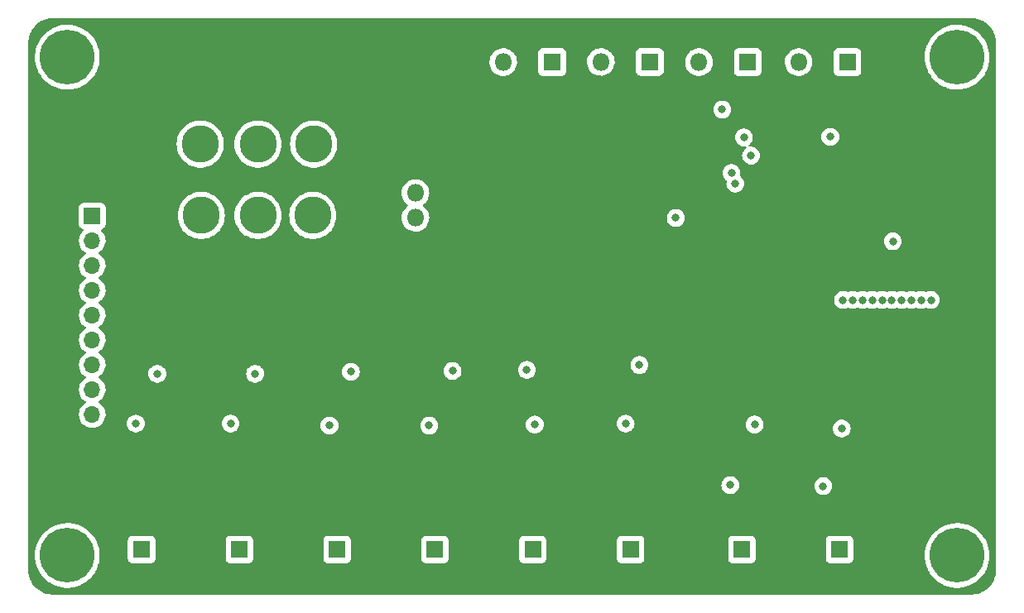
<source format=gbr>
%TF.GenerationSoftware,KiCad,Pcbnew,(6.0.5)*%
%TF.CreationDate,2022-10-19T12:43:17-05:00*%
%TF.ProjectId,powerPCB,706f7765-7250-4434-922e-6b696361645f,rev?*%
%TF.SameCoordinates,Original*%
%TF.FileFunction,Copper,L3,Inr*%
%TF.FilePolarity,Positive*%
%FSLAX46Y46*%
G04 Gerber Fmt 4.6, Leading zero omitted, Abs format (unit mm)*
G04 Created by KiCad (PCBNEW (6.0.5)) date 2022-10-19 12:43:17*
%MOMM*%
%LPD*%
G01*
G04 APERTURE LIST*
%TA.AperFunction,ComponentPad*%
%ADD10C,5.600000*%
%TD*%
%TA.AperFunction,ComponentPad*%
%ADD11C,3.800000*%
%TD*%
%TA.AperFunction,ComponentPad*%
%ADD12R,1.800000X1.800000*%
%TD*%
%TA.AperFunction,ComponentPad*%
%ADD13O,1.800000X1.800000*%
%TD*%
%TA.AperFunction,ComponentPad*%
%ADD14R,1.700000X1.700000*%
%TD*%
%TA.AperFunction,ComponentPad*%
%ADD15O,1.700000X1.700000*%
%TD*%
%TA.AperFunction,ViaPad*%
%ADD16C,0.800000*%
%TD*%
G04 APERTURE END LIST*
D10*
%TO.N,unconnected-(H9-Pad1)*%
%TO.C,H9*%
X84900000Y-49000000D03*
%TD*%
D11*
%TO.N,GND*%
%TO.C,H5*%
X110100000Y-57900000D03*
%TD*%
D12*
%TO.N,Net-(Q6-Pad3)*%
%TO.C,J10*%
X122500000Y-99400000D03*
D13*
%TO.N,+12V*%
X127500000Y-99400000D03*
%TD*%
%TO.N,GND*%
%TO.C,J3*%
X149500000Y-49500000D03*
D12*
%TO.N,+5V*%
X154500000Y-49500000D03*
%TD*%
%TO.N,Net-(J7-Pad1)*%
%TO.C,J7*%
X153900000Y-99400000D03*
D13*
%TO.N,+12V*%
X158900000Y-99400000D03*
%TD*%
D12*
%TO.N,Net-(D1-Pad2)*%
%TO.C,J1*%
X92500000Y-99400000D03*
D13*
%TO.N,+12V*%
X97500000Y-99400000D03*
%TD*%
D11*
%TO.N,GND*%
%TO.C,H6*%
X104400000Y-57900000D03*
%TD*%
D10*
%TO.N,unconnected-(H10-Pad1)*%
%TO.C,H10*%
X175900000Y-100000000D03*
%TD*%
D13*
%TO.N,GND*%
%TO.C,J4*%
X159700000Y-49500000D03*
D12*
%TO.N,+5V*%
X164700000Y-49500000D03*
%TD*%
D11*
%TO.N,/12IN*%
%TO.C,H2*%
X98600000Y-65200000D03*
%TD*%
D12*
%TO.N,Net-(D2-Pad2)*%
%TO.C,J6*%
X102500000Y-99400000D03*
D13*
%TO.N,+12V*%
X107500000Y-99400000D03*
%TD*%
D12*
%TO.N,Net-(J9-Pad1)*%
%TO.C,J9*%
X163900000Y-99400000D03*
D13*
%TO.N,+12V*%
X168900000Y-99400000D03*
%TD*%
D12*
%TO.N,Net-(D6-Pad2)*%
%TO.C,J13*%
X142500000Y-99390000D03*
D13*
%TO.N,+12V*%
X147500000Y-99390000D03*
%TD*%
D12*
%TO.N,Net-(D5-Pad2)*%
%TO.C,J11*%
X132500000Y-99400000D03*
D13*
%TO.N,+12V*%
X137500000Y-99400000D03*
%TD*%
D11*
%TO.N,/12IN*%
%TO.C,H3*%
X110000000Y-65200000D03*
%TD*%
D14*
%TO.N,GND*%
%TO.C,J5*%
X87450000Y-65250000D03*
D15*
%TO.N,GPIO19*%
X87450000Y-67790000D03*
%TO.N,GPIO13*%
X87450000Y-70330000D03*
%TO.N,GPIO6*%
X87450000Y-72870000D03*
%TO.N,GPIO5*%
X87450000Y-75410000D03*
%TO.N,GPIO22*%
X87450000Y-77950000D03*
%TO.N,GPIO27*%
X87450000Y-80490000D03*
%TO.N,GPIO17*%
X87450000Y-83030000D03*
%TO.N,GPIO4*%
X87450000Y-85570000D03*
%TD*%
D10*
%TO.N,unconnected-(H8-Pad1)*%
%TO.C,H8*%
X84900000Y-100000000D03*
%TD*%
D11*
%TO.N,/12IN*%
%TO.C,H1*%
X104400000Y-65200000D03*
%TD*%
D13*
%TO.N,unconnected-(SW1-Pad1)*%
%TO.C,SW1*%
X120500000Y-65440000D03*
%TO.N,/12IN*%
X120500000Y-62900000D03*
%TO.N,+12V*%
X120500000Y-60360000D03*
%TD*%
D10*
%TO.N,unconnected-(H7-Pad1)*%
%TO.C,H7*%
X175900000Y-49000000D03*
%TD*%
D11*
%TO.N,GND*%
%TO.C,H4*%
X98500000Y-57900000D03*
%TD*%
D12*
%TO.N,Net-(D3-Pad2)*%
%TO.C,J8*%
X112500000Y-99400000D03*
D13*
%TO.N,+12V*%
X117500000Y-99400000D03*
%TD*%
%TO.N,GND*%
%TO.C,J2*%
X139472500Y-49487500D03*
D12*
%TO.N,+5V*%
X144472500Y-49487500D03*
%TD*%
D13*
%TO.N,GND*%
%TO.C,J12*%
X129482500Y-49497500D03*
D12*
%TO.N,+5V*%
X134482500Y-49497500D03*
%TD*%
D16*
%TO.N,GND*%
X151880000Y-54360000D03*
X121912500Y-86700000D03*
X101600000Y-86500000D03*
X153220000Y-61940000D03*
X152830000Y-60850000D03*
X91900000Y-86500000D03*
X111712500Y-86700000D03*
X142000000Y-86500000D03*
X132712500Y-86600000D03*
X147130000Y-65450000D03*
X152712500Y-92800000D03*
X162212500Y-92900000D03*
X162930000Y-57150000D03*
X169330000Y-67850000D03*
%TO.N,+5V*%
X166230000Y-73850000D03*
X170230000Y-73850000D03*
X171230000Y-73850000D03*
X168230000Y-73850000D03*
X169230000Y-73850000D03*
X173230000Y-73850000D03*
X172230000Y-73850000D03*
X167230000Y-73850000D03*
X165230000Y-73850000D03*
X164230000Y-73850000D03*
%TO.N,/EN*%
X154828999Y-59075263D03*
X154100000Y-57210000D03*
%TO.N,GPIO4*%
X94100000Y-81400000D03*
%TO.N,GPIO17*%
X104100000Y-81400000D03*
%TO.N,GPIO27*%
X113900000Y-81200000D03*
%TO.N,GPIO22*%
X124300000Y-81100000D03*
%TO.N,GPIO5*%
X131900000Y-81000000D03*
%TO.N,GPIO6*%
X155200000Y-86600000D03*
%TO.N,GPIO13*%
X164100000Y-87000000D03*
%TO.N,GPIO19*%
X143400000Y-80500000D03*
%TD*%
%TA.AperFunction,Conductor*%
%TO.N,+12V*%
G36*
X177370018Y-45010000D02*
G01*
X177384851Y-45012310D01*
X177384855Y-45012310D01*
X177393724Y-45013691D01*
X177410923Y-45011442D01*
X177434863Y-45010609D01*
X177692710Y-45026206D01*
X177707814Y-45028040D01*
X177779786Y-45041229D01*
X177988760Y-45079525D01*
X178003526Y-45083164D01*
X178276231Y-45168142D01*
X178290445Y-45173534D01*
X178508223Y-45271547D01*
X178550906Y-45290757D01*
X178564379Y-45297828D01*
X178808813Y-45445595D01*
X178821334Y-45454238D01*
X179046171Y-45630385D01*
X179057560Y-45640475D01*
X179259525Y-45842440D01*
X179269615Y-45853829D01*
X179445762Y-46078666D01*
X179454405Y-46091187D01*
X179602172Y-46335621D01*
X179609242Y-46349092D01*
X179726466Y-46609555D01*
X179731858Y-46623769D01*
X179762183Y-46721087D01*
X179816836Y-46896473D01*
X179820475Y-46911240D01*
X179858771Y-47120214D01*
X179871960Y-47192186D01*
X179873794Y-47207290D01*
X179888953Y-47457904D01*
X179887692Y-47484716D01*
X179887690Y-47484852D01*
X179886309Y-47493724D01*
X179887473Y-47502626D01*
X179887473Y-47502628D01*
X179890436Y-47525283D01*
X179891500Y-47541621D01*
X179891500Y-101450633D01*
X179890000Y-101470018D01*
X179887690Y-101484851D01*
X179887690Y-101484855D01*
X179886309Y-101493724D01*
X179888558Y-101510919D01*
X179889391Y-101534863D01*
X179873794Y-101792710D01*
X179871960Y-101807814D01*
X179832778Y-102021630D01*
X179820477Y-102088754D01*
X179816836Y-102103527D01*
X179731859Y-102376227D01*
X179726466Y-102390445D01*
X179661023Y-102535855D01*
X179609243Y-102650906D01*
X179602172Y-102664379D01*
X179454405Y-102908813D01*
X179445762Y-102921334D01*
X179269615Y-103146171D01*
X179259525Y-103157560D01*
X179057560Y-103359525D01*
X179046171Y-103369615D01*
X178821334Y-103545762D01*
X178808813Y-103554405D01*
X178564379Y-103702172D01*
X178550908Y-103709242D01*
X178290445Y-103826466D01*
X178276231Y-103831858D01*
X178003527Y-103916836D01*
X177988760Y-103920475D01*
X177779786Y-103958771D01*
X177707814Y-103971960D01*
X177692710Y-103973794D01*
X177442096Y-103988953D01*
X177415284Y-103987692D01*
X177415148Y-103987690D01*
X177406276Y-103986309D01*
X177397374Y-103987473D01*
X177397372Y-103987473D01*
X177382707Y-103989391D01*
X177374714Y-103990436D01*
X177358379Y-103991500D01*
X83449367Y-103991500D01*
X83429982Y-103990000D01*
X83415149Y-103987690D01*
X83415145Y-103987690D01*
X83406276Y-103986309D01*
X83389077Y-103988558D01*
X83365137Y-103989391D01*
X83107290Y-103973794D01*
X83092186Y-103971960D01*
X83020214Y-103958771D01*
X82811240Y-103920475D01*
X82796473Y-103916836D01*
X82523769Y-103831858D01*
X82509555Y-103826466D01*
X82249092Y-103709242D01*
X82235621Y-103702172D01*
X81991187Y-103554405D01*
X81978666Y-103545762D01*
X81753829Y-103369615D01*
X81742440Y-103359525D01*
X81540475Y-103157560D01*
X81530385Y-103146171D01*
X81354238Y-102921334D01*
X81345595Y-102908813D01*
X81197828Y-102664379D01*
X81190757Y-102650906D01*
X81138977Y-102535855D01*
X81073534Y-102390445D01*
X81068141Y-102376227D01*
X80983164Y-102103527D01*
X80979523Y-102088754D01*
X80967223Y-102021630D01*
X80928040Y-101807814D01*
X80926206Y-101792710D01*
X80911269Y-101545768D01*
X80912520Y-101522216D01*
X80912334Y-101522199D01*
X80912769Y-101517350D01*
X80913576Y-101512552D01*
X80913729Y-101500000D01*
X80909773Y-101472376D01*
X80908500Y-101454514D01*
X80908500Y-99988434D01*
X81586661Y-99988434D01*
X81604792Y-100346340D01*
X81605329Y-100349695D01*
X81605330Y-100349701D01*
X81635283Y-100536705D01*
X81661470Y-100700195D01*
X81756033Y-101045859D01*
X81887374Y-101379288D01*
X81918151Y-101437909D01*
X81963782Y-101524823D01*
X82053957Y-101696582D01*
X82055858Y-101699411D01*
X82055864Y-101699421D01*
X82123664Y-101800317D01*
X82253834Y-101994029D01*
X82484665Y-102268150D01*
X82743751Y-102515738D01*
X83028061Y-102733897D01*
X83060056Y-102753350D01*
X83331355Y-102918303D01*
X83331360Y-102918306D01*
X83334270Y-102920075D01*
X83337358Y-102921521D01*
X83337357Y-102921521D01*
X83655710Y-103070649D01*
X83655720Y-103070653D01*
X83658794Y-103072093D01*
X83662012Y-103073195D01*
X83662015Y-103073196D01*
X83994615Y-103187071D01*
X83994623Y-103187073D01*
X83997838Y-103188174D01*
X84347435Y-103266959D01*
X84399728Y-103272917D01*
X84700114Y-103307142D01*
X84700122Y-103307142D01*
X84703497Y-103307527D01*
X84706901Y-103307545D01*
X84706904Y-103307545D01*
X84901227Y-103308562D01*
X85061857Y-103309403D01*
X85065243Y-103309053D01*
X85065245Y-103309053D01*
X85414932Y-103272917D01*
X85414941Y-103272916D01*
X85418324Y-103272566D01*
X85421657Y-103271852D01*
X85421660Y-103271851D01*
X85594186Y-103234864D01*
X85768727Y-103197446D01*
X86108968Y-103084922D01*
X86435066Y-102936311D01*
X86590091Y-102844264D01*
X86740262Y-102755099D01*
X86740267Y-102755096D01*
X86743207Y-102753350D01*
X87029786Y-102538180D01*
X87291451Y-102293319D01*
X87525140Y-102021630D01*
X87677244Y-101800317D01*
X87726190Y-101729101D01*
X87726195Y-101729094D01*
X87728120Y-101726292D01*
X87729732Y-101723298D01*
X87729737Y-101723290D01*
X87874458Y-101454514D01*
X87898017Y-101410760D01*
X88032842Y-101078724D01*
X88043142Y-101042568D01*
X88112666Y-100798500D01*
X88131020Y-100734070D01*
X88191401Y-100380828D01*
X88193401Y-100348134D01*
X91091500Y-100348134D01*
X91098255Y-100410316D01*
X91149385Y-100546705D01*
X91236739Y-100663261D01*
X91353295Y-100750615D01*
X91489684Y-100801745D01*
X91551866Y-100808500D01*
X93448134Y-100808500D01*
X93510316Y-100801745D01*
X93646705Y-100750615D01*
X93763261Y-100663261D01*
X93850615Y-100546705D01*
X93901745Y-100410316D01*
X93908500Y-100348134D01*
X101091500Y-100348134D01*
X101098255Y-100410316D01*
X101149385Y-100546705D01*
X101236739Y-100663261D01*
X101353295Y-100750615D01*
X101489684Y-100801745D01*
X101551866Y-100808500D01*
X103448134Y-100808500D01*
X103510316Y-100801745D01*
X103646705Y-100750615D01*
X103763261Y-100663261D01*
X103850615Y-100546705D01*
X103901745Y-100410316D01*
X103908500Y-100348134D01*
X111091500Y-100348134D01*
X111098255Y-100410316D01*
X111149385Y-100546705D01*
X111236739Y-100663261D01*
X111353295Y-100750615D01*
X111489684Y-100801745D01*
X111551866Y-100808500D01*
X113448134Y-100808500D01*
X113510316Y-100801745D01*
X113646705Y-100750615D01*
X113763261Y-100663261D01*
X113850615Y-100546705D01*
X113901745Y-100410316D01*
X113908500Y-100348134D01*
X121091500Y-100348134D01*
X121098255Y-100410316D01*
X121149385Y-100546705D01*
X121236739Y-100663261D01*
X121353295Y-100750615D01*
X121489684Y-100801745D01*
X121551866Y-100808500D01*
X123448134Y-100808500D01*
X123510316Y-100801745D01*
X123646705Y-100750615D01*
X123763261Y-100663261D01*
X123850615Y-100546705D01*
X123901745Y-100410316D01*
X123908500Y-100348134D01*
X131091500Y-100348134D01*
X131098255Y-100410316D01*
X131149385Y-100546705D01*
X131236739Y-100663261D01*
X131353295Y-100750615D01*
X131489684Y-100801745D01*
X131551866Y-100808500D01*
X133448134Y-100808500D01*
X133510316Y-100801745D01*
X133646705Y-100750615D01*
X133763261Y-100663261D01*
X133850615Y-100546705D01*
X133901745Y-100410316D01*
X133908500Y-100348134D01*
X133908500Y-100338134D01*
X141091500Y-100338134D01*
X141098255Y-100400316D01*
X141149385Y-100536705D01*
X141236739Y-100653261D01*
X141353295Y-100740615D01*
X141489684Y-100791745D01*
X141551866Y-100798500D01*
X143448134Y-100798500D01*
X143510316Y-100791745D01*
X143646705Y-100740615D01*
X143763261Y-100653261D01*
X143850615Y-100536705D01*
X143901745Y-100400316D01*
X143907414Y-100348134D01*
X152491500Y-100348134D01*
X152498255Y-100410316D01*
X152549385Y-100546705D01*
X152636739Y-100663261D01*
X152753295Y-100750615D01*
X152889684Y-100801745D01*
X152951866Y-100808500D01*
X154848134Y-100808500D01*
X154910316Y-100801745D01*
X155046705Y-100750615D01*
X155163261Y-100663261D01*
X155250615Y-100546705D01*
X155301745Y-100410316D01*
X155308500Y-100348134D01*
X162491500Y-100348134D01*
X162498255Y-100410316D01*
X162549385Y-100546705D01*
X162636739Y-100663261D01*
X162753295Y-100750615D01*
X162889684Y-100801745D01*
X162951866Y-100808500D01*
X164848134Y-100808500D01*
X164910316Y-100801745D01*
X165046705Y-100750615D01*
X165163261Y-100663261D01*
X165250615Y-100546705D01*
X165301745Y-100410316D01*
X165308500Y-100348134D01*
X165308500Y-99988434D01*
X172586661Y-99988434D01*
X172604792Y-100346340D01*
X172605329Y-100349695D01*
X172605330Y-100349701D01*
X172635283Y-100536705D01*
X172661470Y-100700195D01*
X172756033Y-101045859D01*
X172887374Y-101379288D01*
X172918151Y-101437909D01*
X172963782Y-101524823D01*
X173053957Y-101696582D01*
X173055858Y-101699411D01*
X173055864Y-101699421D01*
X173123664Y-101800317D01*
X173253834Y-101994029D01*
X173484665Y-102268150D01*
X173743751Y-102515738D01*
X174028061Y-102733897D01*
X174060056Y-102753350D01*
X174331355Y-102918303D01*
X174331360Y-102918306D01*
X174334270Y-102920075D01*
X174337358Y-102921521D01*
X174337357Y-102921521D01*
X174655710Y-103070649D01*
X174655720Y-103070653D01*
X174658794Y-103072093D01*
X174662012Y-103073195D01*
X174662015Y-103073196D01*
X174994615Y-103187071D01*
X174994623Y-103187073D01*
X174997838Y-103188174D01*
X175347435Y-103266959D01*
X175399728Y-103272917D01*
X175700114Y-103307142D01*
X175700122Y-103307142D01*
X175703497Y-103307527D01*
X175706901Y-103307545D01*
X175706904Y-103307545D01*
X175901227Y-103308562D01*
X176061857Y-103309403D01*
X176065243Y-103309053D01*
X176065245Y-103309053D01*
X176414932Y-103272917D01*
X176414941Y-103272916D01*
X176418324Y-103272566D01*
X176421657Y-103271852D01*
X176421660Y-103271851D01*
X176594186Y-103234864D01*
X176768727Y-103197446D01*
X177108968Y-103084922D01*
X177435066Y-102936311D01*
X177590091Y-102844264D01*
X177740262Y-102755099D01*
X177740267Y-102755096D01*
X177743207Y-102753350D01*
X178029786Y-102538180D01*
X178291451Y-102293319D01*
X178525140Y-102021630D01*
X178677244Y-101800317D01*
X178726190Y-101729101D01*
X178726195Y-101729094D01*
X178728120Y-101726292D01*
X178729732Y-101723298D01*
X178729737Y-101723290D01*
X178874458Y-101454514D01*
X178898017Y-101410760D01*
X179032842Y-101078724D01*
X179043142Y-101042568D01*
X179112666Y-100798500D01*
X179131020Y-100734070D01*
X179191401Y-100380828D01*
X179193511Y-100346340D01*
X179213168Y-100024928D01*
X179213278Y-100023131D01*
X179213359Y-100000000D01*
X179193979Y-99642159D01*
X179136066Y-99288505D01*
X179040297Y-98943173D01*
X179037243Y-98935497D01*
X178909052Y-98613369D01*
X178907793Y-98610205D01*
X178818662Y-98441866D01*
X178741702Y-98296513D01*
X178741698Y-98296506D01*
X178740103Y-98293494D01*
X178539190Y-97996746D01*
X178526574Y-97981869D01*
X178443506Y-97883919D01*
X178307403Y-97723432D01*
X178047454Y-97476750D01*
X177762384Y-97259585D01*
X177759472Y-97257828D01*
X177759467Y-97257825D01*
X177458443Y-97076236D01*
X177458437Y-97076233D01*
X177455528Y-97074478D01*
X177130475Y-96923593D01*
X176960751Y-96866145D01*
X176794255Y-96809789D01*
X176794250Y-96809788D01*
X176791028Y-96808697D01*
X176592681Y-96764724D01*
X176444493Y-96731871D01*
X176444487Y-96731870D01*
X176441158Y-96731132D01*
X176437769Y-96730758D01*
X176437764Y-96730757D01*
X176088338Y-96692180D01*
X176088333Y-96692180D01*
X176084957Y-96691807D01*
X176081558Y-96691801D01*
X176081557Y-96691801D01*
X175912080Y-96691505D01*
X175726592Y-96691182D01*
X175613413Y-96703277D01*
X175373639Y-96728901D01*
X175373631Y-96728902D01*
X175370256Y-96729263D01*
X175020117Y-96805606D01*
X174680271Y-96919317D01*
X174677178Y-96920739D01*
X174677177Y-96920740D01*
X174670974Y-96923593D01*
X174354694Y-97069066D01*
X174047193Y-97253101D01*
X174044467Y-97255163D01*
X174044465Y-97255164D01*
X174038620Y-97259585D01*
X173761367Y-97469270D01*
X173500559Y-97715043D01*
X173267819Y-97987546D01*
X173265900Y-97990358D01*
X173265897Y-97990363D01*
X173234607Y-98036233D01*
X173065871Y-98283591D01*
X172897077Y-98599714D01*
X172763411Y-98932218D01*
X172762491Y-98935492D01*
X172762489Y-98935497D01*
X172760332Y-98943173D01*
X172666437Y-99277213D01*
X172607290Y-99630663D01*
X172586661Y-99988434D01*
X165308500Y-99988434D01*
X165308500Y-98451866D01*
X165301745Y-98389684D01*
X165250615Y-98253295D01*
X165163261Y-98136739D01*
X165046705Y-98049385D01*
X164910316Y-97998255D01*
X164848134Y-97991500D01*
X162951866Y-97991500D01*
X162889684Y-97998255D01*
X162753295Y-98049385D01*
X162636739Y-98136739D01*
X162549385Y-98253295D01*
X162498255Y-98389684D01*
X162491500Y-98451866D01*
X162491500Y-100348134D01*
X155308500Y-100348134D01*
X155308500Y-98451866D01*
X155301745Y-98389684D01*
X155250615Y-98253295D01*
X155163261Y-98136739D01*
X155046705Y-98049385D01*
X154910316Y-97998255D01*
X154848134Y-97991500D01*
X152951866Y-97991500D01*
X152889684Y-97998255D01*
X152753295Y-98049385D01*
X152636739Y-98136739D01*
X152549385Y-98253295D01*
X152498255Y-98389684D01*
X152491500Y-98451866D01*
X152491500Y-100348134D01*
X143907414Y-100348134D01*
X143908500Y-100338134D01*
X143908500Y-98441866D01*
X143901745Y-98379684D01*
X143850615Y-98243295D01*
X143763261Y-98126739D01*
X143646705Y-98039385D01*
X143510316Y-97988255D01*
X143448134Y-97981500D01*
X141551866Y-97981500D01*
X141489684Y-97988255D01*
X141353295Y-98039385D01*
X141236739Y-98126739D01*
X141149385Y-98243295D01*
X141098255Y-98379684D01*
X141091500Y-98441866D01*
X141091500Y-100338134D01*
X133908500Y-100338134D01*
X133908500Y-98451866D01*
X133901745Y-98389684D01*
X133850615Y-98253295D01*
X133763261Y-98136739D01*
X133646705Y-98049385D01*
X133510316Y-97998255D01*
X133448134Y-97991500D01*
X131551866Y-97991500D01*
X131489684Y-97998255D01*
X131353295Y-98049385D01*
X131236739Y-98136739D01*
X131149385Y-98253295D01*
X131098255Y-98389684D01*
X131091500Y-98451866D01*
X131091500Y-100348134D01*
X123908500Y-100348134D01*
X123908500Y-98451866D01*
X123901745Y-98389684D01*
X123850615Y-98253295D01*
X123763261Y-98136739D01*
X123646705Y-98049385D01*
X123510316Y-97998255D01*
X123448134Y-97991500D01*
X121551866Y-97991500D01*
X121489684Y-97998255D01*
X121353295Y-98049385D01*
X121236739Y-98136739D01*
X121149385Y-98253295D01*
X121098255Y-98389684D01*
X121091500Y-98451866D01*
X121091500Y-100348134D01*
X113908500Y-100348134D01*
X113908500Y-98451866D01*
X113901745Y-98389684D01*
X113850615Y-98253295D01*
X113763261Y-98136739D01*
X113646705Y-98049385D01*
X113510316Y-97998255D01*
X113448134Y-97991500D01*
X111551866Y-97991500D01*
X111489684Y-97998255D01*
X111353295Y-98049385D01*
X111236739Y-98136739D01*
X111149385Y-98253295D01*
X111098255Y-98389684D01*
X111091500Y-98451866D01*
X111091500Y-100348134D01*
X103908500Y-100348134D01*
X103908500Y-98451866D01*
X103901745Y-98389684D01*
X103850615Y-98253295D01*
X103763261Y-98136739D01*
X103646705Y-98049385D01*
X103510316Y-97998255D01*
X103448134Y-97991500D01*
X101551866Y-97991500D01*
X101489684Y-97998255D01*
X101353295Y-98049385D01*
X101236739Y-98136739D01*
X101149385Y-98253295D01*
X101098255Y-98389684D01*
X101091500Y-98451866D01*
X101091500Y-100348134D01*
X93908500Y-100348134D01*
X93908500Y-98451866D01*
X93901745Y-98389684D01*
X93850615Y-98253295D01*
X93763261Y-98136739D01*
X93646705Y-98049385D01*
X93510316Y-97998255D01*
X93448134Y-97991500D01*
X91551866Y-97991500D01*
X91489684Y-97998255D01*
X91353295Y-98049385D01*
X91236739Y-98136739D01*
X91149385Y-98253295D01*
X91098255Y-98389684D01*
X91091500Y-98451866D01*
X91091500Y-100348134D01*
X88193401Y-100348134D01*
X88193511Y-100346340D01*
X88213168Y-100024928D01*
X88213278Y-100023131D01*
X88213359Y-100000000D01*
X88193979Y-99642159D01*
X88136066Y-99288505D01*
X88040297Y-98943173D01*
X88037243Y-98935497D01*
X87909052Y-98613369D01*
X87907793Y-98610205D01*
X87818662Y-98441866D01*
X87741702Y-98296513D01*
X87741698Y-98296506D01*
X87740103Y-98293494D01*
X87539190Y-97996746D01*
X87526574Y-97981869D01*
X87443506Y-97883919D01*
X87307403Y-97723432D01*
X87047454Y-97476750D01*
X86762384Y-97259585D01*
X86759472Y-97257828D01*
X86759467Y-97257825D01*
X86458443Y-97076236D01*
X86458437Y-97076233D01*
X86455528Y-97074478D01*
X86130475Y-96923593D01*
X85960751Y-96866145D01*
X85794255Y-96809789D01*
X85794250Y-96809788D01*
X85791028Y-96808697D01*
X85592681Y-96764724D01*
X85444493Y-96731871D01*
X85444487Y-96731870D01*
X85441158Y-96731132D01*
X85437769Y-96730758D01*
X85437764Y-96730757D01*
X85088338Y-96692180D01*
X85088333Y-96692180D01*
X85084957Y-96691807D01*
X85081558Y-96691801D01*
X85081557Y-96691801D01*
X84912080Y-96691505D01*
X84726592Y-96691182D01*
X84613413Y-96703277D01*
X84373639Y-96728901D01*
X84373631Y-96728902D01*
X84370256Y-96729263D01*
X84020117Y-96805606D01*
X83680271Y-96919317D01*
X83677178Y-96920739D01*
X83677177Y-96920740D01*
X83670974Y-96923593D01*
X83354694Y-97069066D01*
X83047193Y-97253101D01*
X83044467Y-97255163D01*
X83044465Y-97255164D01*
X83038620Y-97259585D01*
X82761367Y-97469270D01*
X82500559Y-97715043D01*
X82267819Y-97987546D01*
X82265900Y-97990358D01*
X82265897Y-97990363D01*
X82234607Y-98036233D01*
X82065871Y-98283591D01*
X81897077Y-98599714D01*
X81763411Y-98932218D01*
X81762491Y-98935492D01*
X81762489Y-98935497D01*
X81760332Y-98943173D01*
X81666437Y-99277213D01*
X81607290Y-99630663D01*
X81586661Y-99988434D01*
X80908500Y-99988434D01*
X80908500Y-92800000D01*
X151798996Y-92800000D01*
X151818958Y-92989928D01*
X151877973Y-93171556D01*
X151973460Y-93336944D01*
X152101247Y-93478866D01*
X152200343Y-93550864D01*
X152238885Y-93578866D01*
X152255748Y-93591118D01*
X152261776Y-93593802D01*
X152261778Y-93593803D01*
X152424181Y-93666109D01*
X152430212Y-93668794D01*
X152516979Y-93687237D01*
X152610556Y-93707128D01*
X152610561Y-93707128D01*
X152617013Y-93708500D01*
X152807987Y-93708500D01*
X152814439Y-93707128D01*
X152814444Y-93707128D01*
X152908021Y-93687237D01*
X152994788Y-93668794D01*
X153000819Y-93666109D01*
X153163222Y-93593803D01*
X153163224Y-93593802D01*
X153169252Y-93591118D01*
X153186116Y-93578866D01*
X153224657Y-93550864D01*
X153323753Y-93478866D01*
X153451540Y-93336944D01*
X153547027Y-93171556D01*
X153606042Y-92989928D01*
X153615494Y-92900000D01*
X161298996Y-92900000D01*
X161299686Y-92906565D01*
X161309108Y-92996206D01*
X161318958Y-93089928D01*
X161377973Y-93271556D01*
X161473460Y-93436944D01*
X161601247Y-93578866D01*
X161755748Y-93691118D01*
X161761776Y-93693802D01*
X161761778Y-93693803D01*
X161924181Y-93766109D01*
X161930212Y-93768794D01*
X162023612Y-93788647D01*
X162110556Y-93807128D01*
X162110561Y-93807128D01*
X162117013Y-93808500D01*
X162307987Y-93808500D01*
X162314439Y-93807128D01*
X162314444Y-93807128D01*
X162401388Y-93788647D01*
X162494788Y-93768794D01*
X162500819Y-93766109D01*
X162663222Y-93693803D01*
X162663224Y-93693802D01*
X162669252Y-93691118D01*
X162823753Y-93578866D01*
X162951540Y-93436944D01*
X163047027Y-93271556D01*
X163106042Y-93089928D01*
X163115893Y-92996206D01*
X163125314Y-92906565D01*
X163126004Y-92900000D01*
X163106042Y-92710072D01*
X163047027Y-92528444D01*
X162951540Y-92363056D01*
X162823753Y-92221134D01*
X162692875Y-92126045D01*
X162674594Y-92112763D01*
X162674593Y-92112762D01*
X162669252Y-92108882D01*
X162663224Y-92106198D01*
X162663222Y-92106197D01*
X162500819Y-92033891D01*
X162500818Y-92033891D01*
X162494788Y-92031206D01*
X162401387Y-92011353D01*
X162314444Y-91992872D01*
X162314439Y-91992872D01*
X162307987Y-91991500D01*
X162117013Y-91991500D01*
X162110561Y-91992872D01*
X162110556Y-91992872D01*
X162023613Y-92011353D01*
X161930212Y-92031206D01*
X161924182Y-92033891D01*
X161924181Y-92033891D01*
X161761778Y-92106197D01*
X161761776Y-92106198D01*
X161755748Y-92108882D01*
X161750407Y-92112762D01*
X161750406Y-92112763D01*
X161732125Y-92126045D01*
X161601247Y-92221134D01*
X161473460Y-92363056D01*
X161377973Y-92528444D01*
X161318958Y-92710072D01*
X161298996Y-92900000D01*
X153615494Y-92900000D01*
X153626004Y-92800000D01*
X153616552Y-92710072D01*
X153606732Y-92616635D01*
X153606732Y-92616633D01*
X153606042Y-92610072D01*
X153547027Y-92428444D01*
X153451540Y-92263056D01*
X153323753Y-92121134D01*
X153169252Y-92008882D01*
X153163224Y-92006198D01*
X153163222Y-92006197D01*
X153000819Y-91933891D01*
X153000818Y-91933891D01*
X152994788Y-91931206D01*
X152901388Y-91911353D01*
X152814444Y-91892872D01*
X152814439Y-91892872D01*
X152807987Y-91891500D01*
X152617013Y-91891500D01*
X152610561Y-91892872D01*
X152610556Y-91892872D01*
X152523612Y-91911353D01*
X152430212Y-91931206D01*
X152424182Y-91933891D01*
X152424181Y-91933891D01*
X152261778Y-92006197D01*
X152261776Y-92006198D01*
X152255748Y-92008882D01*
X152101247Y-92121134D01*
X151973460Y-92263056D01*
X151877973Y-92428444D01*
X151818958Y-92610072D01*
X151818268Y-92616633D01*
X151818268Y-92616635D01*
X151808448Y-92710072D01*
X151798996Y-92800000D01*
X80908500Y-92800000D01*
X80908500Y-85536695D01*
X86087251Y-85536695D01*
X86087548Y-85541848D01*
X86087548Y-85541851D01*
X86092855Y-85633891D01*
X86100110Y-85759715D01*
X86101247Y-85764761D01*
X86101248Y-85764767D01*
X86121119Y-85852939D01*
X86149222Y-85977639D01*
X86186228Y-86068774D01*
X86222519Y-86158148D01*
X86233266Y-86184616D01*
X86256617Y-86222721D01*
X86321404Y-86328444D01*
X86349987Y-86375088D01*
X86496250Y-86543938D01*
X86668126Y-86686632D01*
X86861000Y-86799338D01*
X87069692Y-86879030D01*
X87074760Y-86880061D01*
X87074763Y-86880062D01*
X87154114Y-86896206D01*
X87288597Y-86923567D01*
X87293772Y-86923757D01*
X87293774Y-86923757D01*
X87506673Y-86931564D01*
X87506677Y-86931564D01*
X87511837Y-86931753D01*
X87516957Y-86931097D01*
X87516959Y-86931097D01*
X87728288Y-86904025D01*
X87728289Y-86904025D01*
X87733416Y-86903368D01*
X87757288Y-86896206D01*
X87942429Y-86840661D01*
X87942434Y-86840659D01*
X87947384Y-86839174D01*
X88147994Y-86740896D01*
X88329860Y-86611173D01*
X88441422Y-86500000D01*
X90986496Y-86500000D01*
X90987186Y-86506565D01*
X90998181Y-86611173D01*
X91006458Y-86689928D01*
X91065473Y-86871556D01*
X91160960Y-87036944D01*
X91288747Y-87178866D01*
X91387843Y-87250864D01*
X91426385Y-87278866D01*
X91443248Y-87291118D01*
X91449276Y-87293802D01*
X91449278Y-87293803D01*
X91609799Y-87365271D01*
X91617712Y-87368794D01*
X91683365Y-87382749D01*
X91798056Y-87407128D01*
X91798061Y-87407128D01*
X91804513Y-87408500D01*
X91995487Y-87408500D01*
X92001939Y-87407128D01*
X92001944Y-87407128D01*
X92116635Y-87382749D01*
X92182288Y-87368794D01*
X92190201Y-87365271D01*
X92350722Y-87293803D01*
X92350724Y-87293802D01*
X92356752Y-87291118D01*
X92373616Y-87278866D01*
X92412157Y-87250864D01*
X92511253Y-87178866D01*
X92639040Y-87036944D01*
X92734527Y-86871556D01*
X92793542Y-86689928D01*
X92801820Y-86611173D01*
X92812814Y-86506565D01*
X92813504Y-86500000D01*
X100686496Y-86500000D01*
X100687186Y-86506565D01*
X100698181Y-86611173D01*
X100706458Y-86689928D01*
X100765473Y-86871556D01*
X100860960Y-87036944D01*
X100988747Y-87178866D01*
X101087843Y-87250864D01*
X101126385Y-87278866D01*
X101143248Y-87291118D01*
X101149276Y-87293802D01*
X101149278Y-87293803D01*
X101309799Y-87365271D01*
X101317712Y-87368794D01*
X101383365Y-87382749D01*
X101498056Y-87407128D01*
X101498061Y-87407128D01*
X101504513Y-87408500D01*
X101695487Y-87408500D01*
X101701939Y-87407128D01*
X101701944Y-87407128D01*
X101816635Y-87382749D01*
X101882288Y-87368794D01*
X101890201Y-87365271D01*
X102050722Y-87293803D01*
X102050724Y-87293802D01*
X102056752Y-87291118D01*
X102073616Y-87278866D01*
X102112157Y-87250864D01*
X102211253Y-87178866D01*
X102339040Y-87036944D01*
X102434527Y-86871556D01*
X102490269Y-86700000D01*
X110798996Y-86700000D01*
X110799686Y-86706565D01*
X110817813Y-86879030D01*
X110818958Y-86889928D01*
X110877973Y-87071556D01*
X110973460Y-87236944D01*
X110977878Y-87241851D01*
X110977879Y-87241852D01*
X111092178Y-87368794D01*
X111101247Y-87378866D01*
X111255748Y-87491118D01*
X111261776Y-87493802D01*
X111261778Y-87493803D01*
X111345832Y-87531226D01*
X111430212Y-87568794D01*
X111523612Y-87588647D01*
X111610556Y-87607128D01*
X111610561Y-87607128D01*
X111617013Y-87608500D01*
X111807987Y-87608500D01*
X111814439Y-87607128D01*
X111814444Y-87607128D01*
X111901388Y-87588647D01*
X111994788Y-87568794D01*
X112079168Y-87531226D01*
X112163222Y-87493803D01*
X112163224Y-87493802D01*
X112169252Y-87491118D01*
X112323753Y-87378866D01*
X112332822Y-87368794D01*
X112447121Y-87241852D01*
X112447122Y-87241851D01*
X112451540Y-87236944D01*
X112547027Y-87071556D01*
X112606042Y-86889928D01*
X112607188Y-86879030D01*
X112625314Y-86706565D01*
X112626004Y-86700000D01*
X120998996Y-86700000D01*
X120999686Y-86706565D01*
X121017813Y-86879030D01*
X121018958Y-86889928D01*
X121077973Y-87071556D01*
X121173460Y-87236944D01*
X121177878Y-87241851D01*
X121177879Y-87241852D01*
X121292178Y-87368794D01*
X121301247Y-87378866D01*
X121455748Y-87491118D01*
X121461776Y-87493802D01*
X121461778Y-87493803D01*
X121545832Y-87531226D01*
X121630212Y-87568794D01*
X121723612Y-87588647D01*
X121810556Y-87607128D01*
X121810561Y-87607128D01*
X121817013Y-87608500D01*
X122007987Y-87608500D01*
X122014439Y-87607128D01*
X122014444Y-87607128D01*
X122101388Y-87588647D01*
X122194788Y-87568794D01*
X122279168Y-87531226D01*
X122363222Y-87493803D01*
X122363224Y-87493802D01*
X122369252Y-87491118D01*
X122523753Y-87378866D01*
X122532822Y-87368794D01*
X122647121Y-87241852D01*
X122647122Y-87241851D01*
X122651540Y-87236944D01*
X122747027Y-87071556D01*
X122806042Y-86889928D01*
X122807188Y-86879030D01*
X122825314Y-86706565D01*
X122826004Y-86700000D01*
X122815494Y-86600000D01*
X131798996Y-86600000D01*
X131799686Y-86606565D01*
X131813805Y-86740896D01*
X131818958Y-86789928D01*
X131877973Y-86971556D01*
X131973460Y-87136944D01*
X131977878Y-87141851D01*
X131977879Y-87141852D01*
X132021167Y-87189928D01*
X132101247Y-87278866D01*
X132121806Y-87293803D01*
X132238885Y-87378866D01*
X132255748Y-87391118D01*
X132261776Y-87393802D01*
X132261778Y-87393803D01*
X132424181Y-87466109D01*
X132430212Y-87468794D01*
X132516979Y-87487237D01*
X132610556Y-87507128D01*
X132610561Y-87507128D01*
X132617013Y-87508500D01*
X132807987Y-87508500D01*
X132814439Y-87507128D01*
X132814444Y-87507128D01*
X132908021Y-87487237D01*
X132994788Y-87468794D01*
X133000819Y-87466109D01*
X133163222Y-87393803D01*
X133163224Y-87393802D01*
X133169252Y-87391118D01*
X133186116Y-87378866D01*
X133303194Y-87293803D01*
X133323753Y-87278866D01*
X133403833Y-87189928D01*
X133447121Y-87141852D01*
X133447122Y-87141851D01*
X133451540Y-87136944D01*
X133547027Y-86971556D01*
X133606042Y-86789928D01*
X133611196Y-86740896D01*
X133625314Y-86606565D01*
X133626004Y-86600000D01*
X133616184Y-86506565D01*
X133615494Y-86500000D01*
X141086496Y-86500000D01*
X141087186Y-86506565D01*
X141098181Y-86611173D01*
X141106458Y-86689928D01*
X141165473Y-86871556D01*
X141260960Y-87036944D01*
X141388747Y-87178866D01*
X141487843Y-87250864D01*
X141526385Y-87278866D01*
X141543248Y-87291118D01*
X141549276Y-87293802D01*
X141549278Y-87293803D01*
X141709799Y-87365271D01*
X141717712Y-87368794D01*
X141783365Y-87382749D01*
X141898056Y-87407128D01*
X141898061Y-87407128D01*
X141904513Y-87408500D01*
X142095487Y-87408500D01*
X142101939Y-87407128D01*
X142101944Y-87407128D01*
X142216635Y-87382749D01*
X142282288Y-87368794D01*
X142290201Y-87365271D01*
X142450722Y-87293803D01*
X142450724Y-87293802D01*
X142456752Y-87291118D01*
X142473616Y-87278866D01*
X142512157Y-87250864D01*
X142611253Y-87178866D01*
X142739040Y-87036944D01*
X142834527Y-86871556D01*
X142893542Y-86689928D01*
X142901820Y-86611173D01*
X142902994Y-86600000D01*
X154286496Y-86600000D01*
X154287186Y-86606565D01*
X154301305Y-86740896D01*
X154306458Y-86789928D01*
X154365473Y-86971556D01*
X154460960Y-87136944D01*
X154465378Y-87141851D01*
X154465379Y-87141852D01*
X154508667Y-87189928D01*
X154588747Y-87278866D01*
X154609306Y-87293803D01*
X154726385Y-87378866D01*
X154743248Y-87391118D01*
X154749276Y-87393802D01*
X154749278Y-87393803D01*
X154911681Y-87466109D01*
X154917712Y-87468794D01*
X155004479Y-87487237D01*
X155098056Y-87507128D01*
X155098061Y-87507128D01*
X155104513Y-87508500D01*
X155295487Y-87508500D01*
X155301939Y-87507128D01*
X155301944Y-87507128D01*
X155395521Y-87487237D01*
X155482288Y-87468794D01*
X155488319Y-87466109D01*
X155650722Y-87393803D01*
X155650724Y-87393802D01*
X155656752Y-87391118D01*
X155673616Y-87378866D01*
X155790694Y-87293803D01*
X155811253Y-87278866D01*
X155891333Y-87189928D01*
X155934621Y-87141852D01*
X155934622Y-87141851D01*
X155939040Y-87136944D01*
X156018105Y-87000000D01*
X163186496Y-87000000D01*
X163206458Y-87189928D01*
X163265473Y-87371556D01*
X163268776Y-87377278D01*
X163268777Y-87377279D01*
X163286803Y-87408500D01*
X163360960Y-87536944D01*
X163488747Y-87678866D01*
X163643248Y-87791118D01*
X163649276Y-87793802D01*
X163649278Y-87793803D01*
X163811681Y-87866109D01*
X163817712Y-87868794D01*
X163911113Y-87888647D01*
X163998056Y-87907128D01*
X163998061Y-87907128D01*
X164004513Y-87908500D01*
X164195487Y-87908500D01*
X164201939Y-87907128D01*
X164201944Y-87907128D01*
X164288887Y-87888647D01*
X164382288Y-87868794D01*
X164388319Y-87866109D01*
X164550722Y-87793803D01*
X164550724Y-87793802D01*
X164556752Y-87791118D01*
X164711253Y-87678866D01*
X164839040Y-87536944D01*
X164913197Y-87408500D01*
X164931223Y-87377279D01*
X164931224Y-87377278D01*
X164934527Y-87371556D01*
X164993542Y-87189928D01*
X165013504Y-87000000D01*
X164993542Y-86810072D01*
X164934527Y-86628444D01*
X164926287Y-86614171D01*
X164862560Y-86503794D01*
X164839040Y-86463056D01*
X164797243Y-86416635D01*
X164715675Y-86326045D01*
X164715674Y-86326044D01*
X164711253Y-86321134D01*
X164556752Y-86208882D01*
X164550724Y-86206198D01*
X164550722Y-86206197D01*
X164388319Y-86133891D01*
X164388318Y-86133891D01*
X164382288Y-86131206D01*
X164288888Y-86111353D01*
X164201944Y-86092872D01*
X164201939Y-86092872D01*
X164195487Y-86091500D01*
X164004513Y-86091500D01*
X163998061Y-86092872D01*
X163998056Y-86092872D01*
X163911112Y-86111353D01*
X163817712Y-86131206D01*
X163811682Y-86133891D01*
X163811681Y-86133891D01*
X163649278Y-86206197D01*
X163649276Y-86206198D01*
X163643248Y-86208882D01*
X163488747Y-86321134D01*
X163484326Y-86326044D01*
X163484325Y-86326045D01*
X163402758Y-86416635D01*
X163360960Y-86463056D01*
X163337440Y-86503794D01*
X163273714Y-86614171D01*
X163265473Y-86628444D01*
X163206458Y-86810072D01*
X163186496Y-87000000D01*
X156018105Y-87000000D01*
X156034527Y-86971556D01*
X156093542Y-86789928D01*
X156098696Y-86740896D01*
X156112814Y-86606565D01*
X156113504Y-86600000D01*
X156103684Y-86506565D01*
X156094232Y-86416635D01*
X156094232Y-86416633D01*
X156093542Y-86410072D01*
X156034527Y-86228444D01*
X156011766Y-86189020D01*
X155996775Y-86163056D01*
X155939040Y-86063056D01*
X155811253Y-85921134D01*
X155680375Y-85826045D01*
X155662094Y-85812763D01*
X155662093Y-85812762D01*
X155656752Y-85808882D01*
X155650724Y-85806198D01*
X155650722Y-85806197D01*
X155488319Y-85733891D01*
X155488318Y-85733891D01*
X155482288Y-85731206D01*
X155388888Y-85711353D01*
X155301944Y-85692872D01*
X155301939Y-85692872D01*
X155295487Y-85691500D01*
X155104513Y-85691500D01*
X155098061Y-85692872D01*
X155098056Y-85692872D01*
X155011112Y-85711353D01*
X154917712Y-85731206D01*
X154911682Y-85733891D01*
X154911681Y-85733891D01*
X154749278Y-85806197D01*
X154749276Y-85806198D01*
X154743248Y-85808882D01*
X154737907Y-85812762D01*
X154737906Y-85812763D01*
X154719625Y-85826045D01*
X154588747Y-85921134D01*
X154460960Y-86063056D01*
X154403225Y-86163056D01*
X154388235Y-86189020D01*
X154365473Y-86228444D01*
X154306458Y-86410072D01*
X154305768Y-86416633D01*
X154305768Y-86416635D01*
X154296316Y-86506565D01*
X154286496Y-86600000D01*
X142902994Y-86600000D01*
X142912814Y-86506565D01*
X142913504Y-86500000D01*
X142904052Y-86410072D01*
X142894232Y-86316635D01*
X142894232Y-86316633D01*
X142893542Y-86310072D01*
X142834527Y-86128444D01*
X142813990Y-86092872D01*
X142796775Y-86063056D01*
X142739040Y-85963056D01*
X142644510Y-85858069D01*
X142615675Y-85826045D01*
X142615674Y-85826044D01*
X142611253Y-85821134D01*
X142456752Y-85708882D01*
X142450724Y-85706198D01*
X142450722Y-85706197D01*
X142288319Y-85633891D01*
X142288318Y-85633891D01*
X142282288Y-85631206D01*
X142188887Y-85611353D01*
X142101944Y-85592872D01*
X142101939Y-85592872D01*
X142095487Y-85591500D01*
X141904513Y-85591500D01*
X141898061Y-85592872D01*
X141898056Y-85592872D01*
X141811113Y-85611353D01*
X141717712Y-85631206D01*
X141711682Y-85633891D01*
X141711681Y-85633891D01*
X141549278Y-85706197D01*
X141549276Y-85706198D01*
X141543248Y-85708882D01*
X141388747Y-85821134D01*
X141384326Y-85826044D01*
X141384325Y-85826045D01*
X141355491Y-85858069D01*
X141260960Y-85963056D01*
X141203225Y-86063056D01*
X141186011Y-86092872D01*
X141165473Y-86128444D01*
X141106458Y-86310072D01*
X141105768Y-86316633D01*
X141105768Y-86316635D01*
X141095948Y-86410072D01*
X141086496Y-86500000D01*
X133615494Y-86500000D01*
X133606732Y-86416635D01*
X133606732Y-86416633D01*
X133606042Y-86410072D01*
X133547027Y-86228444D01*
X133524266Y-86189020D01*
X133509275Y-86163056D01*
X133451540Y-86063056D01*
X133323753Y-85921134D01*
X133192875Y-85826045D01*
X133174594Y-85812763D01*
X133174593Y-85812762D01*
X133169252Y-85808882D01*
X133163224Y-85806198D01*
X133163222Y-85806197D01*
X133000819Y-85733891D01*
X133000818Y-85733891D01*
X132994788Y-85731206D01*
X132901388Y-85711353D01*
X132814444Y-85692872D01*
X132814439Y-85692872D01*
X132807987Y-85691500D01*
X132617013Y-85691500D01*
X132610561Y-85692872D01*
X132610556Y-85692872D01*
X132523612Y-85711353D01*
X132430212Y-85731206D01*
X132424182Y-85733891D01*
X132424181Y-85733891D01*
X132261778Y-85806197D01*
X132261776Y-85806198D01*
X132255748Y-85808882D01*
X132250407Y-85812762D01*
X132250406Y-85812763D01*
X132232125Y-85826045D01*
X132101247Y-85921134D01*
X131973460Y-86063056D01*
X131915725Y-86163056D01*
X131900735Y-86189020D01*
X131877973Y-86228444D01*
X131818958Y-86410072D01*
X131818268Y-86416633D01*
X131818268Y-86416635D01*
X131808816Y-86506565D01*
X131798996Y-86600000D01*
X122815494Y-86600000D01*
X122814804Y-86593435D01*
X122806732Y-86516635D01*
X122806732Y-86516633D01*
X122806042Y-86510072D01*
X122747027Y-86328444D01*
X122651540Y-86163056D01*
X122573563Y-86076453D01*
X122528175Y-86026045D01*
X122528174Y-86026044D01*
X122523753Y-86021134D01*
X122392875Y-85926045D01*
X122374594Y-85912763D01*
X122374593Y-85912762D01*
X122369252Y-85908882D01*
X122363224Y-85906198D01*
X122363222Y-85906197D01*
X122200819Y-85833891D01*
X122200818Y-85833891D01*
X122194788Y-85831206D01*
X122101388Y-85811353D01*
X122014444Y-85792872D01*
X122014439Y-85792872D01*
X122007987Y-85791500D01*
X121817013Y-85791500D01*
X121810561Y-85792872D01*
X121810556Y-85792872D01*
X121723612Y-85811353D01*
X121630212Y-85831206D01*
X121624182Y-85833891D01*
X121624181Y-85833891D01*
X121461778Y-85906197D01*
X121461776Y-85906198D01*
X121455748Y-85908882D01*
X121450407Y-85912762D01*
X121450406Y-85912763D01*
X121432125Y-85926045D01*
X121301247Y-86021134D01*
X121296826Y-86026044D01*
X121296825Y-86026045D01*
X121251438Y-86076453D01*
X121173460Y-86163056D01*
X121077973Y-86328444D01*
X121018958Y-86510072D01*
X121018268Y-86516633D01*
X121018268Y-86516635D01*
X121010196Y-86593435D01*
X120998996Y-86700000D01*
X112626004Y-86700000D01*
X112614804Y-86593435D01*
X112606732Y-86516635D01*
X112606732Y-86516633D01*
X112606042Y-86510072D01*
X112547027Y-86328444D01*
X112451540Y-86163056D01*
X112373563Y-86076453D01*
X112328175Y-86026045D01*
X112328174Y-86026044D01*
X112323753Y-86021134D01*
X112192875Y-85926045D01*
X112174594Y-85912763D01*
X112174593Y-85912762D01*
X112169252Y-85908882D01*
X112163224Y-85906198D01*
X112163222Y-85906197D01*
X112000819Y-85833891D01*
X112000818Y-85833891D01*
X111994788Y-85831206D01*
X111901388Y-85811353D01*
X111814444Y-85792872D01*
X111814439Y-85792872D01*
X111807987Y-85791500D01*
X111617013Y-85791500D01*
X111610561Y-85792872D01*
X111610556Y-85792872D01*
X111523612Y-85811353D01*
X111430212Y-85831206D01*
X111424182Y-85833891D01*
X111424181Y-85833891D01*
X111261778Y-85906197D01*
X111261776Y-85906198D01*
X111255748Y-85908882D01*
X111250407Y-85912762D01*
X111250406Y-85912763D01*
X111232125Y-85926045D01*
X111101247Y-86021134D01*
X111096826Y-86026044D01*
X111096825Y-86026045D01*
X111051438Y-86076453D01*
X110973460Y-86163056D01*
X110877973Y-86328444D01*
X110818958Y-86510072D01*
X110818268Y-86516633D01*
X110818268Y-86516635D01*
X110810196Y-86593435D01*
X110798996Y-86700000D01*
X102490269Y-86700000D01*
X102493542Y-86689928D01*
X102501820Y-86611173D01*
X102512814Y-86506565D01*
X102513504Y-86500000D01*
X102504052Y-86410072D01*
X102494232Y-86316635D01*
X102494232Y-86316633D01*
X102493542Y-86310072D01*
X102434527Y-86128444D01*
X102413990Y-86092872D01*
X102396775Y-86063056D01*
X102339040Y-85963056D01*
X102244510Y-85858069D01*
X102215675Y-85826045D01*
X102215674Y-85826044D01*
X102211253Y-85821134D01*
X102056752Y-85708882D01*
X102050724Y-85706198D01*
X102050722Y-85706197D01*
X101888319Y-85633891D01*
X101888318Y-85633891D01*
X101882288Y-85631206D01*
X101788887Y-85611353D01*
X101701944Y-85592872D01*
X101701939Y-85592872D01*
X101695487Y-85591500D01*
X101504513Y-85591500D01*
X101498061Y-85592872D01*
X101498056Y-85592872D01*
X101411113Y-85611353D01*
X101317712Y-85631206D01*
X101311682Y-85633891D01*
X101311681Y-85633891D01*
X101149278Y-85706197D01*
X101149276Y-85706198D01*
X101143248Y-85708882D01*
X100988747Y-85821134D01*
X100984326Y-85826044D01*
X100984325Y-85826045D01*
X100955491Y-85858069D01*
X100860960Y-85963056D01*
X100803225Y-86063056D01*
X100786011Y-86092872D01*
X100765473Y-86128444D01*
X100706458Y-86310072D01*
X100705768Y-86316633D01*
X100705768Y-86316635D01*
X100695948Y-86410072D01*
X100686496Y-86500000D01*
X92813504Y-86500000D01*
X92804052Y-86410072D01*
X92794232Y-86316635D01*
X92794232Y-86316633D01*
X92793542Y-86310072D01*
X92734527Y-86128444D01*
X92713990Y-86092872D01*
X92696775Y-86063056D01*
X92639040Y-85963056D01*
X92544510Y-85858069D01*
X92515675Y-85826045D01*
X92515674Y-85826044D01*
X92511253Y-85821134D01*
X92356752Y-85708882D01*
X92350724Y-85706198D01*
X92350722Y-85706197D01*
X92188319Y-85633891D01*
X92188318Y-85633891D01*
X92182288Y-85631206D01*
X92088887Y-85611353D01*
X92001944Y-85592872D01*
X92001939Y-85592872D01*
X91995487Y-85591500D01*
X91804513Y-85591500D01*
X91798061Y-85592872D01*
X91798056Y-85592872D01*
X91711113Y-85611353D01*
X91617712Y-85631206D01*
X91611682Y-85633891D01*
X91611681Y-85633891D01*
X91449278Y-85706197D01*
X91449276Y-85706198D01*
X91443248Y-85708882D01*
X91288747Y-85821134D01*
X91284326Y-85826044D01*
X91284325Y-85826045D01*
X91255491Y-85858069D01*
X91160960Y-85963056D01*
X91103225Y-86063056D01*
X91086011Y-86092872D01*
X91065473Y-86128444D01*
X91006458Y-86310072D01*
X91005768Y-86316633D01*
X91005768Y-86316635D01*
X90995948Y-86410072D01*
X90986496Y-86500000D01*
X88441422Y-86500000D01*
X88488096Y-86453489D01*
X88547594Y-86370689D01*
X88615435Y-86276277D01*
X88618453Y-86272077D01*
X88636912Y-86234729D01*
X88715136Y-86076453D01*
X88715137Y-86076451D01*
X88717430Y-86071811D01*
X88782370Y-85858069D01*
X88811529Y-85636590D01*
X88813156Y-85570000D01*
X88794852Y-85347361D01*
X88740431Y-85130702D01*
X88651354Y-84925840D01*
X88530014Y-84738277D01*
X88379670Y-84573051D01*
X88375619Y-84569852D01*
X88375615Y-84569848D01*
X88208414Y-84437800D01*
X88208410Y-84437798D01*
X88204359Y-84434598D01*
X88163053Y-84411796D01*
X88113084Y-84361364D01*
X88098312Y-84291921D01*
X88123428Y-84225516D01*
X88150780Y-84198909D01*
X88194603Y-84167650D01*
X88329860Y-84071173D01*
X88488096Y-83913489D01*
X88547594Y-83830689D01*
X88615435Y-83736277D01*
X88618453Y-83732077D01*
X88717430Y-83531811D01*
X88782370Y-83318069D01*
X88811529Y-83096590D01*
X88813156Y-83030000D01*
X88794852Y-82807361D01*
X88740431Y-82590702D01*
X88651354Y-82385840D01*
X88611906Y-82324862D01*
X88532822Y-82202617D01*
X88532820Y-82202614D01*
X88530014Y-82198277D01*
X88379670Y-82033051D01*
X88375619Y-82029852D01*
X88375615Y-82029848D01*
X88208414Y-81897800D01*
X88208410Y-81897798D01*
X88204359Y-81894598D01*
X88163053Y-81871796D01*
X88113084Y-81821364D01*
X88098312Y-81751921D01*
X88123428Y-81685516D01*
X88150780Y-81658909D01*
X88194603Y-81627650D01*
X88329860Y-81531173D01*
X88461492Y-81400000D01*
X93186496Y-81400000D01*
X93187186Y-81406565D01*
X93205129Y-81577279D01*
X93206458Y-81589928D01*
X93265473Y-81771556D01*
X93268776Y-81777278D01*
X93268777Y-81777279D01*
X93274526Y-81787237D01*
X93360960Y-81936944D01*
X93365378Y-81941851D01*
X93365379Y-81941852D01*
X93479678Y-82068794D01*
X93488747Y-82078866D01*
X93527646Y-82107128D01*
X93623006Y-82176411D01*
X93643248Y-82191118D01*
X93649276Y-82193802D01*
X93649278Y-82193803D01*
X93659327Y-82198277D01*
X93817712Y-82268794D01*
X93911113Y-82288647D01*
X93998056Y-82307128D01*
X93998061Y-82307128D01*
X94004513Y-82308500D01*
X94195487Y-82308500D01*
X94201939Y-82307128D01*
X94201944Y-82307128D01*
X94288887Y-82288647D01*
X94382288Y-82268794D01*
X94540673Y-82198277D01*
X94550722Y-82193803D01*
X94550724Y-82193802D01*
X94556752Y-82191118D01*
X94576995Y-82176411D01*
X94672354Y-82107128D01*
X94711253Y-82078866D01*
X94720322Y-82068794D01*
X94834621Y-81941852D01*
X94834622Y-81941851D01*
X94839040Y-81936944D01*
X94925474Y-81787237D01*
X94931223Y-81777279D01*
X94931224Y-81777278D01*
X94934527Y-81771556D01*
X94993542Y-81589928D01*
X94994872Y-81577279D01*
X95012814Y-81406565D01*
X95013504Y-81400000D01*
X103186496Y-81400000D01*
X103187186Y-81406565D01*
X103205129Y-81577279D01*
X103206458Y-81589928D01*
X103265473Y-81771556D01*
X103268776Y-81777278D01*
X103268777Y-81777279D01*
X103274526Y-81787237D01*
X103360960Y-81936944D01*
X103365378Y-81941851D01*
X103365379Y-81941852D01*
X103479678Y-82068794D01*
X103488747Y-82078866D01*
X103527646Y-82107128D01*
X103623006Y-82176411D01*
X103643248Y-82191118D01*
X103649276Y-82193802D01*
X103649278Y-82193803D01*
X103659327Y-82198277D01*
X103817712Y-82268794D01*
X103911113Y-82288647D01*
X103998056Y-82307128D01*
X103998061Y-82307128D01*
X104004513Y-82308500D01*
X104195487Y-82308500D01*
X104201939Y-82307128D01*
X104201944Y-82307128D01*
X104288887Y-82288647D01*
X104382288Y-82268794D01*
X104540673Y-82198277D01*
X104550722Y-82193803D01*
X104550724Y-82193802D01*
X104556752Y-82191118D01*
X104576995Y-82176411D01*
X104672354Y-82107128D01*
X104711253Y-82078866D01*
X104720322Y-82068794D01*
X104834621Y-81941852D01*
X104834622Y-81941851D01*
X104839040Y-81936944D01*
X104925474Y-81787237D01*
X104931223Y-81777279D01*
X104931224Y-81777278D01*
X104934527Y-81771556D01*
X104993542Y-81589928D01*
X104994872Y-81577279D01*
X105012814Y-81406565D01*
X105013504Y-81400000D01*
X105010368Y-81370166D01*
X104994232Y-81216635D01*
X104994232Y-81216633D01*
X104993542Y-81210072D01*
X104990269Y-81200000D01*
X112986496Y-81200000D01*
X112987186Y-81206565D01*
X113005129Y-81377279D01*
X113006458Y-81389928D01*
X113065473Y-81571556D01*
X113160960Y-81736944D01*
X113165378Y-81741851D01*
X113165379Y-81741852D01*
X113279678Y-81868794D01*
X113288747Y-81878866D01*
X113443248Y-81991118D01*
X113449276Y-81993802D01*
X113449278Y-81993803D01*
X113546009Y-82036870D01*
X113617712Y-82068794D01*
X113683365Y-82082749D01*
X113798056Y-82107128D01*
X113798061Y-82107128D01*
X113804513Y-82108500D01*
X113995487Y-82108500D01*
X114001939Y-82107128D01*
X114001944Y-82107128D01*
X114116635Y-82082749D01*
X114182288Y-82068794D01*
X114253991Y-82036870D01*
X114350722Y-81993803D01*
X114350724Y-81993802D01*
X114356752Y-81991118D01*
X114511253Y-81878866D01*
X114520322Y-81868794D01*
X114634621Y-81741852D01*
X114634622Y-81741851D01*
X114639040Y-81736944D01*
X114734527Y-81571556D01*
X114793542Y-81389928D01*
X114794872Y-81377279D01*
X114812814Y-81206565D01*
X114813504Y-81200000D01*
X114802994Y-81100000D01*
X123386496Y-81100000D01*
X123387186Y-81106565D01*
X123396608Y-81196206D01*
X123406458Y-81289928D01*
X123465473Y-81471556D01*
X123560960Y-81636944D01*
X123688747Y-81778866D01*
X123709306Y-81793803D01*
X123826385Y-81878866D01*
X123843248Y-81891118D01*
X123849276Y-81893802D01*
X123849278Y-81893803D01*
X123933332Y-81931226D01*
X124017712Y-81968794D01*
X124104479Y-81987237D01*
X124198056Y-82007128D01*
X124198061Y-82007128D01*
X124204513Y-82008500D01*
X124395487Y-82008500D01*
X124401939Y-82007128D01*
X124401944Y-82007128D01*
X124495521Y-81987237D01*
X124582288Y-81968794D01*
X124666668Y-81931226D01*
X124750722Y-81893803D01*
X124750724Y-81893802D01*
X124756752Y-81891118D01*
X124773616Y-81878866D01*
X124890694Y-81793803D01*
X124911253Y-81778866D01*
X125039040Y-81636944D01*
X125134527Y-81471556D01*
X125193542Y-81289928D01*
X125203393Y-81196206D01*
X125212814Y-81106565D01*
X125213504Y-81100000D01*
X125212814Y-81093435D01*
X125202994Y-81000000D01*
X130986496Y-81000000D01*
X131006458Y-81189928D01*
X131065473Y-81371556D01*
X131068776Y-81377278D01*
X131068777Y-81377279D01*
X131086803Y-81408500D01*
X131160960Y-81536944D01*
X131165378Y-81541851D01*
X131165379Y-81541852D01*
X131208667Y-81589928D01*
X131288747Y-81678866D01*
X131387843Y-81750864D01*
X131426385Y-81778866D01*
X131443248Y-81791118D01*
X131449276Y-81793802D01*
X131449278Y-81793803D01*
X131611681Y-81866109D01*
X131617712Y-81868794D01*
X131683365Y-81882749D01*
X131798056Y-81907128D01*
X131798061Y-81907128D01*
X131804513Y-81908500D01*
X131995487Y-81908500D01*
X132001939Y-81907128D01*
X132001944Y-81907128D01*
X132116635Y-81882749D01*
X132182288Y-81868794D01*
X132188319Y-81866109D01*
X132350722Y-81793803D01*
X132350724Y-81793802D01*
X132356752Y-81791118D01*
X132373616Y-81778866D01*
X132412157Y-81750864D01*
X132511253Y-81678866D01*
X132591333Y-81589928D01*
X132634621Y-81541852D01*
X132634622Y-81541851D01*
X132639040Y-81536944D01*
X132713197Y-81408500D01*
X132731223Y-81377279D01*
X132731224Y-81377278D01*
X132734527Y-81371556D01*
X132793542Y-81189928D01*
X132813504Y-81000000D01*
X132804052Y-80910072D01*
X132794232Y-80816635D01*
X132794232Y-80816633D01*
X132793542Y-80810072D01*
X132734527Y-80628444D01*
X132660370Y-80500000D01*
X142486496Y-80500000D01*
X142487186Y-80506565D01*
X142505385Y-80679715D01*
X142506458Y-80689928D01*
X142565473Y-80871556D01*
X142660960Y-81036944D01*
X142788747Y-81178866D01*
X142943248Y-81291118D01*
X142949276Y-81293802D01*
X142949278Y-81293803D01*
X143109799Y-81365271D01*
X143117712Y-81368794D01*
X143186263Y-81383365D01*
X143298056Y-81407128D01*
X143298061Y-81407128D01*
X143304513Y-81408500D01*
X143495487Y-81408500D01*
X143501939Y-81407128D01*
X143501944Y-81407128D01*
X143613737Y-81383365D01*
X143682288Y-81368794D01*
X143690201Y-81365271D01*
X143850722Y-81293803D01*
X143850724Y-81293802D01*
X143856752Y-81291118D01*
X144011253Y-81178866D01*
X144139040Y-81036944D01*
X144234527Y-80871556D01*
X144293542Y-80689928D01*
X144294616Y-80679715D01*
X144312814Y-80506565D01*
X144313504Y-80500000D01*
X144303645Y-80406197D01*
X144294232Y-80316635D01*
X144294232Y-80316633D01*
X144293542Y-80310072D01*
X144234527Y-80128444D01*
X144213990Y-80092872D01*
X144186901Y-80045954D01*
X144139040Y-79963056D01*
X144029584Y-79841492D01*
X144015675Y-79826045D01*
X144015674Y-79826044D01*
X144011253Y-79821134D01*
X143856752Y-79708882D01*
X143850724Y-79706198D01*
X143850722Y-79706197D01*
X143688319Y-79633891D01*
X143688318Y-79633891D01*
X143682288Y-79631206D01*
X143588888Y-79611353D01*
X143501944Y-79592872D01*
X143501939Y-79592872D01*
X143495487Y-79591500D01*
X143304513Y-79591500D01*
X143298061Y-79592872D01*
X143298056Y-79592872D01*
X143211112Y-79611353D01*
X143117712Y-79631206D01*
X143111682Y-79633891D01*
X143111681Y-79633891D01*
X142949278Y-79706197D01*
X142949276Y-79706198D01*
X142943248Y-79708882D01*
X142788747Y-79821134D01*
X142784326Y-79826044D01*
X142784325Y-79826045D01*
X142770417Y-79841492D01*
X142660960Y-79963056D01*
X142613099Y-80045954D01*
X142586011Y-80092872D01*
X142565473Y-80128444D01*
X142506458Y-80310072D01*
X142505768Y-80316633D01*
X142505768Y-80316635D01*
X142496355Y-80406197D01*
X142486496Y-80500000D01*
X132660370Y-80500000D01*
X132639040Y-80463056D01*
X132522740Y-80333891D01*
X132515675Y-80326045D01*
X132515674Y-80326044D01*
X132511253Y-80321134D01*
X132356752Y-80208882D01*
X132350724Y-80206198D01*
X132350722Y-80206197D01*
X132188319Y-80133891D01*
X132188318Y-80133891D01*
X132182288Y-80131206D01*
X132088888Y-80111353D01*
X132001944Y-80092872D01*
X132001939Y-80092872D01*
X131995487Y-80091500D01*
X131804513Y-80091500D01*
X131798061Y-80092872D01*
X131798056Y-80092872D01*
X131711112Y-80111353D01*
X131617712Y-80131206D01*
X131611682Y-80133891D01*
X131611681Y-80133891D01*
X131449278Y-80206197D01*
X131449276Y-80206198D01*
X131443248Y-80208882D01*
X131288747Y-80321134D01*
X131284326Y-80326044D01*
X131284325Y-80326045D01*
X131277261Y-80333891D01*
X131160960Y-80463056D01*
X131065473Y-80628444D01*
X131006458Y-80810072D01*
X131005768Y-80816633D01*
X131005768Y-80816635D01*
X130995948Y-80910072D01*
X130986496Y-81000000D01*
X125202994Y-81000000D01*
X125194232Y-80916635D01*
X125194232Y-80916633D01*
X125193542Y-80910072D01*
X125134527Y-80728444D01*
X125103410Y-80674547D01*
X125096775Y-80663056D01*
X125039040Y-80563056D01*
X124938651Y-80451562D01*
X124915675Y-80426045D01*
X124915674Y-80426044D01*
X124911253Y-80421134D01*
X124780375Y-80326045D01*
X124762094Y-80312763D01*
X124762093Y-80312762D01*
X124756752Y-80308882D01*
X124750724Y-80306198D01*
X124750722Y-80306197D01*
X124588319Y-80233891D01*
X124588318Y-80233891D01*
X124582288Y-80231206D01*
X124488888Y-80211353D01*
X124401944Y-80192872D01*
X124401939Y-80192872D01*
X124395487Y-80191500D01*
X124204513Y-80191500D01*
X124198061Y-80192872D01*
X124198056Y-80192872D01*
X124111112Y-80211353D01*
X124017712Y-80231206D01*
X124011682Y-80233891D01*
X124011681Y-80233891D01*
X123849278Y-80306197D01*
X123849276Y-80306198D01*
X123843248Y-80308882D01*
X123837907Y-80312762D01*
X123837906Y-80312763D01*
X123819625Y-80326045D01*
X123688747Y-80421134D01*
X123684326Y-80426044D01*
X123684325Y-80426045D01*
X123661350Y-80451562D01*
X123560960Y-80563056D01*
X123503225Y-80663056D01*
X123496591Y-80674547D01*
X123465473Y-80728444D01*
X123406458Y-80910072D01*
X123405768Y-80916633D01*
X123405768Y-80916635D01*
X123387186Y-81093435D01*
X123386496Y-81100000D01*
X114802994Y-81100000D01*
X114796882Y-81041852D01*
X114794232Y-81016635D01*
X114794232Y-81016633D01*
X114793542Y-81010072D01*
X114734527Y-80828444D01*
X114639040Y-80663056D01*
X114522740Y-80533891D01*
X114515675Y-80526045D01*
X114515674Y-80526044D01*
X114511253Y-80521134D01*
X114380375Y-80426045D01*
X114362094Y-80412763D01*
X114362093Y-80412762D01*
X114356752Y-80408882D01*
X114350724Y-80406198D01*
X114350722Y-80406197D01*
X114188319Y-80333891D01*
X114188318Y-80333891D01*
X114182288Y-80331206D01*
X114082861Y-80310072D01*
X114001944Y-80292872D01*
X114001939Y-80292872D01*
X113995487Y-80291500D01*
X113804513Y-80291500D01*
X113798061Y-80292872D01*
X113798056Y-80292872D01*
X113717139Y-80310072D01*
X113617712Y-80331206D01*
X113611682Y-80333891D01*
X113611681Y-80333891D01*
X113449278Y-80406197D01*
X113449276Y-80406198D01*
X113443248Y-80408882D01*
X113437907Y-80412762D01*
X113437906Y-80412763D01*
X113419625Y-80426045D01*
X113288747Y-80521134D01*
X113284326Y-80526044D01*
X113284325Y-80526045D01*
X113277261Y-80533891D01*
X113160960Y-80663056D01*
X113065473Y-80828444D01*
X113006458Y-81010072D01*
X113005768Y-81016633D01*
X113005768Y-81016635D01*
X113003118Y-81041852D01*
X112986496Y-81200000D01*
X104990269Y-81200000D01*
X104934527Y-81028444D01*
X104839040Y-80863056D01*
X104797243Y-80816635D01*
X104715675Y-80726045D01*
X104715674Y-80726044D01*
X104711253Y-80721134D01*
X104556752Y-80608882D01*
X104550724Y-80606198D01*
X104550722Y-80606197D01*
X104388319Y-80533891D01*
X104388318Y-80533891D01*
X104382288Y-80531206D01*
X104266362Y-80506565D01*
X104201944Y-80492872D01*
X104201939Y-80492872D01*
X104195487Y-80491500D01*
X104004513Y-80491500D01*
X103998061Y-80492872D01*
X103998056Y-80492872D01*
X103933638Y-80506565D01*
X103817712Y-80531206D01*
X103811682Y-80533891D01*
X103811681Y-80533891D01*
X103649278Y-80606197D01*
X103649276Y-80606198D01*
X103643248Y-80608882D01*
X103488747Y-80721134D01*
X103484326Y-80726044D01*
X103484325Y-80726045D01*
X103402758Y-80816635D01*
X103360960Y-80863056D01*
X103265473Y-81028444D01*
X103206458Y-81210072D01*
X103205768Y-81216633D01*
X103205768Y-81216635D01*
X103189632Y-81370166D01*
X103186496Y-81400000D01*
X95013504Y-81400000D01*
X95010368Y-81370166D01*
X94994232Y-81216635D01*
X94994232Y-81216633D01*
X94993542Y-81210072D01*
X94934527Y-81028444D01*
X94839040Y-80863056D01*
X94797243Y-80816635D01*
X94715675Y-80726045D01*
X94715674Y-80726044D01*
X94711253Y-80721134D01*
X94556752Y-80608882D01*
X94550724Y-80606198D01*
X94550722Y-80606197D01*
X94388319Y-80533891D01*
X94388318Y-80533891D01*
X94382288Y-80531206D01*
X94266362Y-80506565D01*
X94201944Y-80492872D01*
X94201939Y-80492872D01*
X94195487Y-80491500D01*
X94004513Y-80491500D01*
X93998061Y-80492872D01*
X93998056Y-80492872D01*
X93933638Y-80506565D01*
X93817712Y-80531206D01*
X93811682Y-80533891D01*
X93811681Y-80533891D01*
X93649278Y-80606197D01*
X93649276Y-80606198D01*
X93643248Y-80608882D01*
X93488747Y-80721134D01*
X93484326Y-80726044D01*
X93484325Y-80726045D01*
X93402758Y-80816635D01*
X93360960Y-80863056D01*
X93265473Y-81028444D01*
X93206458Y-81210072D01*
X93205768Y-81216633D01*
X93205768Y-81216635D01*
X93189632Y-81370166D01*
X93186496Y-81400000D01*
X88461492Y-81400000D01*
X88488096Y-81373489D01*
X88547594Y-81290689D01*
X88615435Y-81196277D01*
X88618453Y-81192077D01*
X88624983Y-81178866D01*
X88715136Y-80996453D01*
X88715137Y-80996451D01*
X88717430Y-80991811D01*
X88782370Y-80778069D01*
X88811529Y-80556590D01*
X88813156Y-80490000D01*
X88794852Y-80267361D01*
X88740431Y-80050702D01*
X88651354Y-79845840D01*
X88530014Y-79658277D01*
X88379670Y-79493051D01*
X88375619Y-79489852D01*
X88375615Y-79489848D01*
X88208414Y-79357800D01*
X88208410Y-79357798D01*
X88204359Y-79354598D01*
X88163053Y-79331796D01*
X88113084Y-79281364D01*
X88098312Y-79211921D01*
X88123428Y-79145516D01*
X88150780Y-79118909D01*
X88194603Y-79087650D01*
X88329860Y-78991173D01*
X88488096Y-78833489D01*
X88547594Y-78750689D01*
X88615435Y-78656277D01*
X88618453Y-78652077D01*
X88717430Y-78451811D01*
X88782370Y-78238069D01*
X88811529Y-78016590D01*
X88813156Y-77950000D01*
X88794852Y-77727361D01*
X88740431Y-77510702D01*
X88651354Y-77305840D01*
X88530014Y-77118277D01*
X88379670Y-76953051D01*
X88375619Y-76949852D01*
X88375615Y-76949848D01*
X88208414Y-76817800D01*
X88208410Y-76817798D01*
X88204359Y-76814598D01*
X88163053Y-76791796D01*
X88113084Y-76741364D01*
X88098312Y-76671921D01*
X88123428Y-76605516D01*
X88150780Y-76578909D01*
X88194603Y-76547650D01*
X88329860Y-76451173D01*
X88488096Y-76293489D01*
X88547594Y-76210689D01*
X88615435Y-76116277D01*
X88618453Y-76112077D01*
X88717430Y-75911811D01*
X88782370Y-75698069D01*
X88811529Y-75476590D01*
X88813156Y-75410000D01*
X88794852Y-75187361D01*
X88740431Y-74970702D01*
X88651354Y-74765840D01*
X88530014Y-74578277D01*
X88379670Y-74413051D01*
X88375619Y-74409852D01*
X88375615Y-74409848D01*
X88208414Y-74277800D01*
X88208410Y-74277798D01*
X88204359Y-74274598D01*
X88163053Y-74251796D01*
X88113084Y-74201364D01*
X88098312Y-74131921D01*
X88123428Y-74065516D01*
X88150780Y-74038909D01*
X88194603Y-74007650D01*
X88329860Y-73911173D01*
X88391247Y-73850000D01*
X163316496Y-73850000D01*
X163317186Y-73856565D01*
X163323241Y-73914171D01*
X163336458Y-74039928D01*
X163395473Y-74221556D01*
X163490960Y-74386944D01*
X163618747Y-74528866D01*
X163686755Y-74578277D01*
X163730000Y-74609696D01*
X163773248Y-74641118D01*
X163779276Y-74643802D01*
X163779278Y-74643803D01*
X163781248Y-74644680D01*
X163947712Y-74718794D01*
X164011728Y-74732401D01*
X164128056Y-74757128D01*
X164128061Y-74757128D01*
X164134513Y-74758500D01*
X164325487Y-74758500D01*
X164331939Y-74757128D01*
X164331944Y-74757128D01*
X164448272Y-74732401D01*
X164512288Y-74718794D01*
X164678752Y-74644680D01*
X164749118Y-74635246D01*
X164781247Y-74644680D01*
X164947712Y-74718794D01*
X165011728Y-74732401D01*
X165128056Y-74757128D01*
X165128061Y-74757128D01*
X165134513Y-74758500D01*
X165325487Y-74758500D01*
X165331939Y-74757128D01*
X165331944Y-74757128D01*
X165448272Y-74732401D01*
X165512288Y-74718794D01*
X165678752Y-74644680D01*
X165749118Y-74635246D01*
X165781247Y-74644680D01*
X165947712Y-74718794D01*
X166011728Y-74732401D01*
X166128056Y-74757128D01*
X166128061Y-74757128D01*
X166134513Y-74758500D01*
X166325487Y-74758500D01*
X166331939Y-74757128D01*
X166331944Y-74757128D01*
X166448272Y-74732401D01*
X166512288Y-74718794D01*
X166678752Y-74644680D01*
X166749118Y-74635246D01*
X166781247Y-74644680D01*
X166947712Y-74718794D01*
X167011728Y-74732401D01*
X167128056Y-74757128D01*
X167128061Y-74757128D01*
X167134513Y-74758500D01*
X167325487Y-74758500D01*
X167331939Y-74757128D01*
X167331944Y-74757128D01*
X167448272Y-74732401D01*
X167512288Y-74718794D01*
X167678752Y-74644680D01*
X167749118Y-74635246D01*
X167781247Y-74644680D01*
X167947712Y-74718794D01*
X168011728Y-74732401D01*
X168128056Y-74757128D01*
X168128061Y-74757128D01*
X168134513Y-74758500D01*
X168325487Y-74758500D01*
X168331939Y-74757128D01*
X168331944Y-74757128D01*
X168448272Y-74732401D01*
X168512288Y-74718794D01*
X168678752Y-74644680D01*
X168749118Y-74635246D01*
X168781247Y-74644680D01*
X168947712Y-74718794D01*
X169011728Y-74732401D01*
X169128056Y-74757128D01*
X169128061Y-74757128D01*
X169134513Y-74758500D01*
X169325487Y-74758500D01*
X169331939Y-74757128D01*
X169331944Y-74757128D01*
X169448272Y-74732401D01*
X169512288Y-74718794D01*
X169678752Y-74644680D01*
X169749118Y-74635246D01*
X169781247Y-74644680D01*
X169947712Y-74718794D01*
X170011728Y-74732401D01*
X170128056Y-74757128D01*
X170128061Y-74757128D01*
X170134513Y-74758500D01*
X170325487Y-74758500D01*
X170331939Y-74757128D01*
X170331944Y-74757128D01*
X170448272Y-74732401D01*
X170512288Y-74718794D01*
X170678752Y-74644680D01*
X170749118Y-74635246D01*
X170781247Y-74644680D01*
X170947712Y-74718794D01*
X171011728Y-74732401D01*
X171128056Y-74757128D01*
X171128061Y-74757128D01*
X171134513Y-74758500D01*
X171325487Y-74758500D01*
X171331939Y-74757128D01*
X171331944Y-74757128D01*
X171448272Y-74732401D01*
X171512288Y-74718794D01*
X171678752Y-74644680D01*
X171749118Y-74635246D01*
X171781247Y-74644680D01*
X171947712Y-74718794D01*
X172011728Y-74732401D01*
X172128056Y-74757128D01*
X172128061Y-74757128D01*
X172134513Y-74758500D01*
X172325487Y-74758500D01*
X172331939Y-74757128D01*
X172331944Y-74757128D01*
X172448272Y-74732401D01*
X172512288Y-74718794D01*
X172678752Y-74644680D01*
X172749118Y-74635246D01*
X172781247Y-74644680D01*
X172947712Y-74718794D01*
X173011728Y-74732401D01*
X173128056Y-74757128D01*
X173128061Y-74757128D01*
X173134513Y-74758500D01*
X173325487Y-74758500D01*
X173331939Y-74757128D01*
X173331944Y-74757128D01*
X173448272Y-74732401D01*
X173512288Y-74718794D01*
X173678752Y-74644680D01*
X173680722Y-74643803D01*
X173680724Y-74643802D01*
X173686752Y-74641118D01*
X173730001Y-74609696D01*
X173773245Y-74578277D01*
X173841253Y-74528866D01*
X173969040Y-74386944D01*
X174064527Y-74221556D01*
X174123542Y-74039928D01*
X174136760Y-73914171D01*
X174142814Y-73856565D01*
X174143504Y-73850000D01*
X174133744Y-73757137D01*
X174124232Y-73666635D01*
X174124232Y-73666633D01*
X174123542Y-73660072D01*
X174064527Y-73478444D01*
X173969040Y-73313056D01*
X173937151Y-73277639D01*
X173845675Y-73176045D01*
X173845674Y-73176044D01*
X173841253Y-73171134D01*
X173742157Y-73099136D01*
X173692094Y-73062763D01*
X173692093Y-73062762D01*
X173686752Y-73058882D01*
X173680724Y-73056198D01*
X173680722Y-73056197D01*
X173518319Y-72983891D01*
X173518318Y-72983891D01*
X173512288Y-72981206D01*
X173418888Y-72961353D01*
X173331944Y-72942872D01*
X173331939Y-72942872D01*
X173325487Y-72941500D01*
X173134513Y-72941500D01*
X173128061Y-72942872D01*
X173128056Y-72942872D01*
X173041112Y-72961353D01*
X172947712Y-72981206D01*
X172781248Y-73055320D01*
X172710882Y-73064754D01*
X172678753Y-73055320D01*
X172512288Y-72981206D01*
X172418888Y-72961353D01*
X172331944Y-72942872D01*
X172331939Y-72942872D01*
X172325487Y-72941500D01*
X172134513Y-72941500D01*
X172128061Y-72942872D01*
X172128056Y-72942872D01*
X172041112Y-72961353D01*
X171947712Y-72981206D01*
X171781248Y-73055320D01*
X171710882Y-73064754D01*
X171678753Y-73055320D01*
X171512288Y-72981206D01*
X171418888Y-72961353D01*
X171331944Y-72942872D01*
X171331939Y-72942872D01*
X171325487Y-72941500D01*
X171134513Y-72941500D01*
X171128061Y-72942872D01*
X171128056Y-72942872D01*
X171041112Y-72961353D01*
X170947712Y-72981206D01*
X170781248Y-73055320D01*
X170710882Y-73064754D01*
X170678753Y-73055320D01*
X170512288Y-72981206D01*
X170418888Y-72961353D01*
X170331944Y-72942872D01*
X170331939Y-72942872D01*
X170325487Y-72941500D01*
X170134513Y-72941500D01*
X170128061Y-72942872D01*
X170128056Y-72942872D01*
X170041112Y-72961353D01*
X169947712Y-72981206D01*
X169781248Y-73055320D01*
X169710882Y-73064754D01*
X169678753Y-73055320D01*
X169512288Y-72981206D01*
X169418888Y-72961353D01*
X169331944Y-72942872D01*
X169331939Y-72942872D01*
X169325487Y-72941500D01*
X169134513Y-72941500D01*
X169128061Y-72942872D01*
X169128056Y-72942872D01*
X169041112Y-72961353D01*
X168947712Y-72981206D01*
X168781248Y-73055320D01*
X168710882Y-73064754D01*
X168678753Y-73055320D01*
X168512288Y-72981206D01*
X168418888Y-72961353D01*
X168331944Y-72942872D01*
X168331939Y-72942872D01*
X168325487Y-72941500D01*
X168134513Y-72941500D01*
X168128061Y-72942872D01*
X168128056Y-72942872D01*
X168041112Y-72961353D01*
X167947712Y-72981206D01*
X167781248Y-73055320D01*
X167710882Y-73064754D01*
X167678753Y-73055320D01*
X167512288Y-72981206D01*
X167418888Y-72961353D01*
X167331944Y-72942872D01*
X167331939Y-72942872D01*
X167325487Y-72941500D01*
X167134513Y-72941500D01*
X167128061Y-72942872D01*
X167128056Y-72942872D01*
X167041112Y-72961353D01*
X166947712Y-72981206D01*
X166781248Y-73055320D01*
X166710882Y-73064754D01*
X166678753Y-73055320D01*
X166512288Y-72981206D01*
X166418888Y-72961353D01*
X166331944Y-72942872D01*
X166331939Y-72942872D01*
X166325487Y-72941500D01*
X166134513Y-72941500D01*
X166128061Y-72942872D01*
X166128056Y-72942872D01*
X166041112Y-72961353D01*
X165947712Y-72981206D01*
X165781248Y-73055320D01*
X165710882Y-73064754D01*
X165678753Y-73055320D01*
X165512288Y-72981206D01*
X165418888Y-72961353D01*
X165331944Y-72942872D01*
X165331939Y-72942872D01*
X165325487Y-72941500D01*
X165134513Y-72941500D01*
X165128061Y-72942872D01*
X165128056Y-72942872D01*
X165041112Y-72961353D01*
X164947712Y-72981206D01*
X164781248Y-73055320D01*
X164710882Y-73064754D01*
X164678753Y-73055320D01*
X164512288Y-72981206D01*
X164418888Y-72961353D01*
X164331944Y-72942872D01*
X164331939Y-72942872D01*
X164325487Y-72941500D01*
X164134513Y-72941500D01*
X164128061Y-72942872D01*
X164128056Y-72942872D01*
X164041112Y-72961353D01*
X163947712Y-72981206D01*
X163941682Y-72983891D01*
X163941681Y-72983891D01*
X163779278Y-73056197D01*
X163779276Y-73056198D01*
X163773248Y-73058882D01*
X163767907Y-73062762D01*
X163767906Y-73062763D01*
X163717843Y-73099136D01*
X163618747Y-73171134D01*
X163614326Y-73176044D01*
X163614325Y-73176045D01*
X163522850Y-73277639D01*
X163490960Y-73313056D01*
X163395473Y-73478444D01*
X163336458Y-73660072D01*
X163335768Y-73666633D01*
X163335768Y-73666635D01*
X163326256Y-73757137D01*
X163316496Y-73850000D01*
X88391247Y-73850000D01*
X88488096Y-73753489D01*
X88547594Y-73670689D01*
X88615435Y-73576277D01*
X88618453Y-73572077D01*
X88667558Y-73472721D01*
X88715136Y-73376453D01*
X88715137Y-73376451D01*
X88717430Y-73371811D01*
X88749900Y-73264940D01*
X88780865Y-73163023D01*
X88780865Y-73163021D01*
X88782370Y-73158069D01*
X88811529Y-72936590D01*
X88813156Y-72870000D01*
X88794852Y-72647361D01*
X88740431Y-72430702D01*
X88651354Y-72225840D01*
X88530014Y-72038277D01*
X88379670Y-71873051D01*
X88375619Y-71869852D01*
X88375615Y-71869848D01*
X88208414Y-71737800D01*
X88208410Y-71737798D01*
X88204359Y-71734598D01*
X88163053Y-71711796D01*
X88113084Y-71661364D01*
X88098312Y-71591921D01*
X88123428Y-71525516D01*
X88150780Y-71498909D01*
X88194603Y-71467650D01*
X88329860Y-71371173D01*
X88488096Y-71213489D01*
X88547594Y-71130689D01*
X88615435Y-71036277D01*
X88618453Y-71032077D01*
X88717430Y-70831811D01*
X88782370Y-70618069D01*
X88811529Y-70396590D01*
X88813156Y-70330000D01*
X88794852Y-70107361D01*
X88740431Y-69890702D01*
X88651354Y-69685840D01*
X88530014Y-69498277D01*
X88379670Y-69333051D01*
X88375619Y-69329852D01*
X88375615Y-69329848D01*
X88208414Y-69197800D01*
X88208410Y-69197798D01*
X88204359Y-69194598D01*
X88163053Y-69171796D01*
X88113084Y-69121364D01*
X88098312Y-69051921D01*
X88123428Y-68985516D01*
X88150780Y-68958909D01*
X88194603Y-68927650D01*
X88329860Y-68831173D01*
X88488096Y-68673489D01*
X88509428Y-68643803D01*
X88615435Y-68496277D01*
X88618453Y-68492077D01*
X88717430Y-68291811D01*
X88782370Y-68078069D01*
X88811529Y-67856590D01*
X88811690Y-67850000D01*
X168416496Y-67850000D01*
X168436458Y-68039928D01*
X168495473Y-68221556D01*
X168590960Y-68386944D01*
X168718747Y-68528866D01*
X168873248Y-68641118D01*
X168879276Y-68643802D01*
X168879278Y-68643803D01*
X168954148Y-68677137D01*
X169047712Y-68718794D01*
X169141113Y-68738647D01*
X169228056Y-68757128D01*
X169228061Y-68757128D01*
X169234513Y-68758500D01*
X169425487Y-68758500D01*
X169431939Y-68757128D01*
X169431944Y-68757128D01*
X169518887Y-68738647D01*
X169612288Y-68718794D01*
X169705852Y-68677137D01*
X169780722Y-68643803D01*
X169780724Y-68643802D01*
X169786752Y-68641118D01*
X169941253Y-68528866D01*
X170069040Y-68386944D01*
X170164527Y-68221556D01*
X170223542Y-68039928D01*
X170243504Y-67850000D01*
X170242814Y-67843435D01*
X170224232Y-67666635D01*
X170224232Y-67666633D01*
X170223542Y-67660072D01*
X170164527Y-67478444D01*
X170069040Y-67313056D01*
X169941253Y-67171134D01*
X169786752Y-67058882D01*
X169780724Y-67056198D01*
X169780722Y-67056197D01*
X169618319Y-66983891D01*
X169618318Y-66983891D01*
X169612288Y-66981206D01*
X169518888Y-66961353D01*
X169431944Y-66942872D01*
X169431939Y-66942872D01*
X169425487Y-66941500D01*
X169234513Y-66941500D01*
X169228061Y-66942872D01*
X169228056Y-66942872D01*
X169141112Y-66961353D01*
X169047712Y-66981206D01*
X169041682Y-66983891D01*
X169041681Y-66983891D01*
X168879278Y-67056197D01*
X168879276Y-67056198D01*
X168873248Y-67058882D01*
X168718747Y-67171134D01*
X168590960Y-67313056D01*
X168495473Y-67478444D01*
X168436458Y-67660072D01*
X168435768Y-67666633D01*
X168435768Y-67666635D01*
X168417186Y-67843435D01*
X168416496Y-67850000D01*
X88811690Y-67850000D01*
X88813074Y-67793365D01*
X88813074Y-67793361D01*
X88813156Y-67790000D01*
X88794852Y-67567361D01*
X88740431Y-67350702D01*
X88651354Y-67145840D01*
X88593361Y-67056197D01*
X88532822Y-66962617D01*
X88532820Y-66962614D01*
X88530014Y-66958277D01*
X88514748Y-66941500D01*
X88382798Y-66796488D01*
X88351746Y-66732642D01*
X88360141Y-66662143D01*
X88405317Y-66607375D01*
X88431761Y-66593706D01*
X88538297Y-66553767D01*
X88546705Y-66550615D01*
X88663261Y-66463261D01*
X88750615Y-66346705D01*
X88801745Y-66210316D01*
X88808500Y-66148134D01*
X88808500Y-65200000D01*
X96186738Y-65200000D01*
X96205767Y-65502462D01*
X96262555Y-65800154D01*
X96356206Y-66088381D01*
X96357893Y-66091967D01*
X96357895Y-66091971D01*
X96395608Y-66172116D01*
X96485242Y-66362598D01*
X96647630Y-66618480D01*
X96650149Y-66621525D01*
X96650152Y-66621529D01*
X96674527Y-66650993D01*
X96840808Y-66851992D01*
X97061729Y-67059450D01*
X97306910Y-67237584D01*
X97310379Y-67239491D01*
X97310382Y-67239493D01*
X97454593Y-67318774D01*
X97572483Y-67383585D01*
X97576152Y-67385038D01*
X97576157Y-67385040D01*
X97797614Y-67472721D01*
X97854261Y-67495149D01*
X98147800Y-67570516D01*
X98448470Y-67608500D01*
X98751530Y-67608500D01*
X99052200Y-67570516D01*
X99345739Y-67495149D01*
X99402386Y-67472721D01*
X99623843Y-67385040D01*
X99623848Y-67385038D01*
X99627517Y-67383585D01*
X99745407Y-67318774D01*
X99889618Y-67239493D01*
X99889621Y-67239491D01*
X99893090Y-67237584D01*
X100138271Y-67059450D01*
X100359192Y-66851992D01*
X100525473Y-66650993D01*
X100549848Y-66621529D01*
X100549851Y-66621525D01*
X100552370Y-66618480D01*
X100714758Y-66362598D01*
X100804392Y-66172116D01*
X100842105Y-66091971D01*
X100842107Y-66091967D01*
X100843794Y-66088381D01*
X100937445Y-65800154D01*
X100994233Y-65502462D01*
X101013262Y-65200000D01*
X101986738Y-65200000D01*
X102005767Y-65502462D01*
X102062555Y-65800154D01*
X102156206Y-66088381D01*
X102157893Y-66091967D01*
X102157895Y-66091971D01*
X102195608Y-66172116D01*
X102285242Y-66362598D01*
X102447630Y-66618480D01*
X102450149Y-66621525D01*
X102450152Y-66621529D01*
X102474527Y-66650993D01*
X102640808Y-66851992D01*
X102861729Y-67059450D01*
X103106910Y-67237584D01*
X103110379Y-67239491D01*
X103110382Y-67239493D01*
X103254593Y-67318774D01*
X103372483Y-67383585D01*
X103376152Y-67385038D01*
X103376157Y-67385040D01*
X103597614Y-67472721D01*
X103654261Y-67495149D01*
X103947800Y-67570516D01*
X104248470Y-67608500D01*
X104551530Y-67608500D01*
X104852200Y-67570516D01*
X105145739Y-67495149D01*
X105202386Y-67472721D01*
X105423843Y-67385040D01*
X105423848Y-67385038D01*
X105427517Y-67383585D01*
X105545407Y-67318774D01*
X105689618Y-67239493D01*
X105689621Y-67239491D01*
X105693090Y-67237584D01*
X105938271Y-67059450D01*
X106159192Y-66851992D01*
X106325473Y-66650993D01*
X106349848Y-66621529D01*
X106349851Y-66621525D01*
X106352370Y-66618480D01*
X106514758Y-66362598D01*
X106604392Y-66172116D01*
X106642105Y-66091971D01*
X106642107Y-66091967D01*
X106643794Y-66088381D01*
X106737445Y-65800154D01*
X106794233Y-65502462D01*
X106813262Y-65200000D01*
X107586738Y-65200000D01*
X107605767Y-65502462D01*
X107662555Y-65800154D01*
X107756206Y-66088381D01*
X107757893Y-66091967D01*
X107757895Y-66091971D01*
X107795608Y-66172116D01*
X107885242Y-66362598D01*
X108047630Y-66618480D01*
X108050149Y-66621525D01*
X108050152Y-66621529D01*
X108074527Y-66650993D01*
X108240808Y-66851992D01*
X108461729Y-67059450D01*
X108706910Y-67237584D01*
X108710379Y-67239491D01*
X108710382Y-67239493D01*
X108854593Y-67318774D01*
X108972483Y-67383585D01*
X108976152Y-67385038D01*
X108976157Y-67385040D01*
X109197614Y-67472721D01*
X109254261Y-67495149D01*
X109547800Y-67570516D01*
X109848470Y-67608500D01*
X110151530Y-67608500D01*
X110452200Y-67570516D01*
X110745739Y-67495149D01*
X110802386Y-67472721D01*
X111023843Y-67385040D01*
X111023848Y-67385038D01*
X111027517Y-67383585D01*
X111145407Y-67318774D01*
X111289618Y-67239493D01*
X111289621Y-67239491D01*
X111293090Y-67237584D01*
X111538271Y-67059450D01*
X111759192Y-66851992D01*
X111925473Y-66650993D01*
X111949848Y-66621529D01*
X111949851Y-66621525D01*
X111952370Y-66618480D01*
X112114758Y-66362598D01*
X112204392Y-66172116D01*
X112242105Y-66091971D01*
X112242107Y-66091967D01*
X112243794Y-66088381D01*
X112337445Y-65800154D01*
X112394233Y-65502462D01*
X112400335Y-65405469D01*
X119087095Y-65405469D01*
X119087392Y-65410622D01*
X119087392Y-65410625D01*
X119092912Y-65506360D01*
X119100427Y-65636697D01*
X119101564Y-65641743D01*
X119101565Y-65641749D01*
X119133741Y-65784523D01*
X119151346Y-65862642D01*
X119153288Y-65867424D01*
X119153289Y-65867428D01*
X119236540Y-66072450D01*
X119238484Y-66077237D01*
X119359501Y-66274719D01*
X119511147Y-66449784D01*
X119689349Y-66597730D01*
X119889322Y-66714584D01*
X120105694Y-66797209D01*
X120110760Y-66798240D01*
X120110761Y-66798240D01*
X120163846Y-66809040D01*
X120332656Y-66843385D01*
X120463324Y-66848176D01*
X120558949Y-66851683D01*
X120558953Y-66851683D01*
X120564113Y-66851872D01*
X120569233Y-66851216D01*
X120569235Y-66851216D01*
X120642270Y-66841860D01*
X120793847Y-66822442D01*
X120798795Y-66820957D01*
X120798802Y-66820956D01*
X121010747Y-66757369D01*
X121015690Y-66755886D01*
X121096236Y-66716427D01*
X121219049Y-66656262D01*
X121219052Y-66656260D01*
X121223684Y-66653991D01*
X121412243Y-66519494D01*
X121576303Y-66356005D01*
X121589028Y-66338297D01*
X121656928Y-66243803D01*
X121711458Y-66167917D01*
X121719557Y-66151531D01*
X121811784Y-65964922D01*
X121811785Y-65964920D01*
X121814078Y-65960280D01*
X121881408Y-65738671D01*
X121911640Y-65509041D01*
X121913083Y-65450000D01*
X146216496Y-65450000D01*
X146236458Y-65639928D01*
X146295473Y-65821556D01*
X146390960Y-65986944D01*
X146395378Y-65991851D01*
X146395379Y-65991852D01*
X146514325Y-66123955D01*
X146518747Y-66128866D01*
X146673248Y-66241118D01*
X146679276Y-66243802D01*
X146679278Y-66243803D01*
X146841681Y-66316109D01*
X146847712Y-66318794D01*
X146939466Y-66338297D01*
X147028056Y-66357128D01*
X147028061Y-66357128D01*
X147034513Y-66358500D01*
X147225487Y-66358500D01*
X147231939Y-66357128D01*
X147231944Y-66357128D01*
X147320534Y-66338297D01*
X147412288Y-66318794D01*
X147418319Y-66316109D01*
X147580722Y-66243803D01*
X147580724Y-66243802D01*
X147586752Y-66241118D01*
X147741253Y-66128866D01*
X147745675Y-66123955D01*
X147864621Y-65991852D01*
X147864622Y-65991851D01*
X147869040Y-65986944D01*
X147964527Y-65821556D01*
X148023542Y-65639928D01*
X148043504Y-65450000D01*
X148023542Y-65260072D01*
X147964527Y-65078444D01*
X147869040Y-64913056D01*
X147741253Y-64771134D01*
X147586752Y-64658882D01*
X147580724Y-64656198D01*
X147580722Y-64656197D01*
X147418319Y-64583891D01*
X147418318Y-64583891D01*
X147412288Y-64581206D01*
X147318888Y-64561353D01*
X147231944Y-64542872D01*
X147231939Y-64542872D01*
X147225487Y-64541500D01*
X147034513Y-64541500D01*
X147028061Y-64542872D01*
X147028056Y-64542872D01*
X146941112Y-64561353D01*
X146847712Y-64581206D01*
X146841682Y-64583891D01*
X146841681Y-64583891D01*
X146679278Y-64656197D01*
X146679276Y-64656198D01*
X146673248Y-64658882D01*
X146518747Y-64771134D01*
X146390960Y-64913056D01*
X146295473Y-65078444D01*
X146236458Y-65260072D01*
X146216496Y-65450000D01*
X121913083Y-65450000D01*
X121913327Y-65440000D01*
X121899074Y-65266635D01*
X121894773Y-65214318D01*
X121894772Y-65214312D01*
X121894349Y-65209167D01*
X121837925Y-64984533D01*
X121835866Y-64979797D01*
X121747630Y-64776868D01*
X121747628Y-64776865D01*
X121745570Y-64772131D01*
X121619764Y-64577665D01*
X121586857Y-64541500D01*
X121570134Y-64523122D01*
X121463887Y-64406358D01*
X121459836Y-64403159D01*
X121459832Y-64403155D01*
X121287077Y-64266722D01*
X121246014Y-64208805D01*
X121242782Y-64137882D01*
X121278407Y-64076470D01*
X121292001Y-64065261D01*
X121295872Y-64062500D01*
X121412243Y-63979494D01*
X121576303Y-63816005D01*
X121711458Y-63627917D01*
X121750952Y-63548008D01*
X121811784Y-63424922D01*
X121811785Y-63424920D01*
X121814078Y-63420280D01*
X121881408Y-63198671D01*
X121911640Y-62969041D01*
X121913173Y-62906304D01*
X121913245Y-62903365D01*
X121913245Y-62903361D01*
X121913327Y-62900000D01*
X121905941Y-62810166D01*
X121894773Y-62674318D01*
X121894772Y-62674312D01*
X121894349Y-62669167D01*
X121837925Y-62444533D01*
X121835866Y-62439797D01*
X121747630Y-62236868D01*
X121747628Y-62236865D01*
X121745570Y-62232131D01*
X121619764Y-62037665D01*
X121463887Y-61866358D01*
X121459836Y-61863159D01*
X121459832Y-61863155D01*
X121286177Y-61726011D01*
X121286172Y-61726008D01*
X121282123Y-61722810D01*
X121277607Y-61720317D01*
X121277604Y-61720315D01*
X121083879Y-61613373D01*
X121083875Y-61613371D01*
X121079355Y-61610876D01*
X121074486Y-61609152D01*
X121074482Y-61609150D01*
X120865903Y-61535288D01*
X120865899Y-61535287D01*
X120861028Y-61533562D01*
X120855935Y-61532655D01*
X120855932Y-61532654D01*
X120638095Y-61493851D01*
X120638089Y-61493850D01*
X120633006Y-61492945D01*
X120560096Y-61492054D01*
X120406581Y-61490179D01*
X120406579Y-61490179D01*
X120401411Y-61490116D01*
X120172464Y-61525150D01*
X119952314Y-61597106D01*
X119947726Y-61599494D01*
X119947722Y-61599496D01*
X119875991Y-61636837D01*
X119746872Y-61704052D01*
X119742739Y-61707155D01*
X119742736Y-61707157D01*
X119565790Y-61840012D01*
X119561655Y-61843117D01*
X119401639Y-62010564D01*
X119398725Y-62014836D01*
X119398724Y-62014837D01*
X119383152Y-62037665D01*
X119271119Y-62201899D01*
X119173602Y-62411981D01*
X119111707Y-62635169D01*
X119087095Y-62865469D01*
X119087392Y-62870622D01*
X119087392Y-62870625D01*
X119093067Y-62969041D01*
X119100427Y-63096697D01*
X119101564Y-63101743D01*
X119101565Y-63101749D01*
X119133741Y-63244523D01*
X119151346Y-63322642D01*
X119153288Y-63327424D01*
X119153289Y-63327428D01*
X119236540Y-63532450D01*
X119238484Y-63537237D01*
X119359501Y-63734719D01*
X119511147Y-63909784D01*
X119689349Y-64057730D01*
X119693819Y-64060342D01*
X119697511Y-64062500D01*
X119746232Y-64114140D01*
X119759301Y-64183924D01*
X119732566Y-64249694D01*
X119709589Y-64272045D01*
X119686096Y-64289684D01*
X119607802Y-64348469D01*
X119561655Y-64383117D01*
X119558083Y-64386855D01*
X119408990Y-64542872D01*
X119401639Y-64550564D01*
X119398725Y-64554836D01*
X119398724Y-64554837D01*
X119383152Y-64577665D01*
X119271119Y-64741899D01*
X119173602Y-64951981D01*
X119111707Y-65175169D01*
X119087095Y-65405469D01*
X112400335Y-65405469D01*
X112413262Y-65200000D01*
X112394233Y-64897538D01*
X112337445Y-64599846D01*
X112243794Y-64311619D01*
X112220827Y-64262810D01*
X112178144Y-64172105D01*
X112114758Y-64037402D01*
X111952370Y-63781520D01*
X111759192Y-63548008D01*
X111538271Y-63340550D01*
X111293090Y-63162416D01*
X111173549Y-63096697D01*
X111030986Y-63018322D01*
X111030985Y-63018321D01*
X111027517Y-63016415D01*
X111023848Y-63014962D01*
X111023843Y-63014960D01*
X110749409Y-62906304D01*
X110749408Y-62906304D01*
X110745739Y-62904851D01*
X110452200Y-62829484D01*
X110151530Y-62791500D01*
X109848470Y-62791500D01*
X109547800Y-62829484D01*
X109254261Y-62904851D01*
X109250592Y-62906304D01*
X109250591Y-62906304D01*
X108976157Y-63014960D01*
X108976152Y-63014962D01*
X108972483Y-63016415D01*
X108969015Y-63018321D01*
X108969014Y-63018322D01*
X108826452Y-63096697D01*
X108706910Y-63162416D01*
X108461729Y-63340550D01*
X108240808Y-63548008D01*
X108047630Y-63781520D01*
X107885242Y-64037402D01*
X107821856Y-64172105D01*
X107779174Y-64262810D01*
X107756206Y-64311619D01*
X107662555Y-64599846D01*
X107605767Y-64897538D01*
X107586738Y-65200000D01*
X106813262Y-65200000D01*
X106794233Y-64897538D01*
X106737445Y-64599846D01*
X106643794Y-64311619D01*
X106620827Y-64262810D01*
X106578144Y-64172105D01*
X106514758Y-64037402D01*
X106352370Y-63781520D01*
X106159192Y-63548008D01*
X105938271Y-63340550D01*
X105693090Y-63162416D01*
X105573549Y-63096697D01*
X105430986Y-63018322D01*
X105430985Y-63018321D01*
X105427517Y-63016415D01*
X105423848Y-63014962D01*
X105423843Y-63014960D01*
X105149409Y-62906304D01*
X105149408Y-62906304D01*
X105145739Y-62904851D01*
X104852200Y-62829484D01*
X104551530Y-62791500D01*
X104248470Y-62791500D01*
X103947800Y-62829484D01*
X103654261Y-62904851D01*
X103650592Y-62906304D01*
X103650591Y-62906304D01*
X103376157Y-63014960D01*
X103376152Y-63014962D01*
X103372483Y-63016415D01*
X103369015Y-63018321D01*
X103369014Y-63018322D01*
X103226452Y-63096697D01*
X103106910Y-63162416D01*
X102861729Y-63340550D01*
X102640808Y-63548008D01*
X102447630Y-63781520D01*
X102285242Y-64037402D01*
X102221856Y-64172105D01*
X102179174Y-64262810D01*
X102156206Y-64311619D01*
X102062555Y-64599846D01*
X102005767Y-64897538D01*
X101986738Y-65200000D01*
X101013262Y-65200000D01*
X100994233Y-64897538D01*
X100937445Y-64599846D01*
X100843794Y-64311619D01*
X100820827Y-64262810D01*
X100778144Y-64172105D01*
X100714758Y-64037402D01*
X100552370Y-63781520D01*
X100359192Y-63548008D01*
X100138271Y-63340550D01*
X99893090Y-63162416D01*
X99773549Y-63096697D01*
X99630986Y-63018322D01*
X99630985Y-63018321D01*
X99627517Y-63016415D01*
X99623848Y-63014962D01*
X99623843Y-63014960D01*
X99349409Y-62906304D01*
X99349408Y-62906304D01*
X99345739Y-62904851D01*
X99052200Y-62829484D01*
X98751530Y-62791500D01*
X98448470Y-62791500D01*
X98147800Y-62829484D01*
X97854261Y-62904851D01*
X97850592Y-62906304D01*
X97850591Y-62906304D01*
X97576157Y-63014960D01*
X97576152Y-63014962D01*
X97572483Y-63016415D01*
X97569015Y-63018321D01*
X97569014Y-63018322D01*
X97426452Y-63096697D01*
X97306910Y-63162416D01*
X97061729Y-63340550D01*
X96840808Y-63548008D01*
X96647630Y-63781520D01*
X96485242Y-64037402D01*
X96421856Y-64172105D01*
X96379174Y-64262810D01*
X96356206Y-64311619D01*
X96262555Y-64599846D01*
X96205767Y-64897538D01*
X96186738Y-65200000D01*
X88808500Y-65200000D01*
X88808500Y-64351866D01*
X88801745Y-64289684D01*
X88750615Y-64153295D01*
X88663261Y-64036739D01*
X88546705Y-63949385D01*
X88410316Y-63898255D01*
X88348134Y-63891500D01*
X86551866Y-63891500D01*
X86489684Y-63898255D01*
X86353295Y-63949385D01*
X86236739Y-64036739D01*
X86149385Y-64153295D01*
X86098255Y-64289684D01*
X86091500Y-64351866D01*
X86091500Y-66148134D01*
X86098255Y-66210316D01*
X86149385Y-66346705D01*
X86236739Y-66463261D01*
X86353295Y-66550615D01*
X86361704Y-66553767D01*
X86361705Y-66553768D01*
X86470451Y-66594535D01*
X86527216Y-66637176D01*
X86551916Y-66703738D01*
X86536709Y-66773087D01*
X86517316Y-66799568D01*
X86390629Y-66932138D01*
X86387715Y-66936410D01*
X86387714Y-66936411D01*
X86306002Y-67056197D01*
X86264743Y-67116680D01*
X86237187Y-67176045D01*
X86173589Y-67313056D01*
X86170688Y-67319305D01*
X86110989Y-67534570D01*
X86087251Y-67756695D01*
X86087548Y-67761848D01*
X86087548Y-67761851D01*
X86093009Y-67856565D01*
X86100110Y-67979715D01*
X86101247Y-67984761D01*
X86101248Y-67984767D01*
X86121119Y-68072939D01*
X86149222Y-68197639D01*
X86233266Y-68404616D01*
X86349987Y-68595088D01*
X86496250Y-68763938D01*
X86668126Y-68906632D01*
X86738595Y-68947811D01*
X86741445Y-68949476D01*
X86790169Y-69001114D01*
X86803240Y-69070897D01*
X86776509Y-69136669D01*
X86736055Y-69170027D01*
X86723607Y-69176507D01*
X86719474Y-69179610D01*
X86719471Y-69179612D01*
X86695247Y-69197800D01*
X86544965Y-69310635D01*
X86390629Y-69472138D01*
X86264743Y-69656680D01*
X86170688Y-69859305D01*
X86110989Y-70074570D01*
X86087251Y-70296695D01*
X86087548Y-70301848D01*
X86087548Y-70301851D01*
X86093011Y-70396590D01*
X86100110Y-70519715D01*
X86101247Y-70524761D01*
X86101248Y-70524767D01*
X86121119Y-70612939D01*
X86149222Y-70737639D01*
X86233266Y-70944616D01*
X86349987Y-71135088D01*
X86496250Y-71303938D01*
X86668126Y-71446632D01*
X86738595Y-71487811D01*
X86741445Y-71489476D01*
X86790169Y-71541114D01*
X86803240Y-71610897D01*
X86776509Y-71676669D01*
X86736055Y-71710027D01*
X86723607Y-71716507D01*
X86719474Y-71719610D01*
X86719471Y-71719612D01*
X86695247Y-71737800D01*
X86544965Y-71850635D01*
X86390629Y-72012138D01*
X86264743Y-72196680D01*
X86170688Y-72399305D01*
X86110989Y-72614570D01*
X86087251Y-72836695D01*
X86087548Y-72841848D01*
X86087548Y-72841851D01*
X86093011Y-72936590D01*
X86100110Y-73059715D01*
X86101246Y-73064754D01*
X86101248Y-73064767D01*
X86121119Y-73152939D01*
X86149222Y-73277639D01*
X86233266Y-73484616D01*
X86349987Y-73675088D01*
X86496250Y-73843938D01*
X86668126Y-73986632D01*
X86738595Y-74027811D01*
X86741445Y-74029476D01*
X86790169Y-74081114D01*
X86803240Y-74150897D01*
X86776509Y-74216669D01*
X86736055Y-74250027D01*
X86723607Y-74256507D01*
X86719474Y-74259610D01*
X86719471Y-74259612D01*
X86549100Y-74387530D01*
X86544965Y-74390635D01*
X86541393Y-74394373D01*
X86409158Y-74532749D01*
X86390629Y-74552138D01*
X86264743Y-74736680D01*
X86170688Y-74939305D01*
X86110989Y-75154570D01*
X86087251Y-75376695D01*
X86087548Y-75381848D01*
X86087548Y-75381851D01*
X86093011Y-75476590D01*
X86100110Y-75599715D01*
X86101247Y-75604761D01*
X86101248Y-75604767D01*
X86121119Y-75692939D01*
X86149222Y-75817639D01*
X86233266Y-76024616D01*
X86349987Y-76215088D01*
X86496250Y-76383938D01*
X86668126Y-76526632D01*
X86738595Y-76567811D01*
X86741445Y-76569476D01*
X86790169Y-76621114D01*
X86803240Y-76690897D01*
X86776509Y-76756669D01*
X86736055Y-76790027D01*
X86723607Y-76796507D01*
X86719474Y-76799610D01*
X86719471Y-76799612D01*
X86695247Y-76817800D01*
X86544965Y-76930635D01*
X86390629Y-77092138D01*
X86264743Y-77276680D01*
X86170688Y-77479305D01*
X86110989Y-77694570D01*
X86087251Y-77916695D01*
X86087548Y-77921848D01*
X86087548Y-77921851D01*
X86093011Y-78016590D01*
X86100110Y-78139715D01*
X86101247Y-78144761D01*
X86101248Y-78144767D01*
X86121119Y-78232939D01*
X86149222Y-78357639D01*
X86233266Y-78564616D01*
X86349987Y-78755088D01*
X86496250Y-78923938D01*
X86668126Y-79066632D01*
X86738595Y-79107811D01*
X86741445Y-79109476D01*
X86790169Y-79161114D01*
X86803240Y-79230897D01*
X86776509Y-79296669D01*
X86736055Y-79330027D01*
X86723607Y-79336507D01*
X86719474Y-79339610D01*
X86719471Y-79339612D01*
X86695247Y-79357800D01*
X86544965Y-79470635D01*
X86390629Y-79632138D01*
X86264743Y-79816680D01*
X86249003Y-79850590D01*
X86194144Y-79968774D01*
X86170688Y-80019305D01*
X86110989Y-80234570D01*
X86087251Y-80456695D01*
X86087548Y-80461848D01*
X86087548Y-80461851D01*
X86093713Y-80568774D01*
X86100110Y-80679715D01*
X86101247Y-80684761D01*
X86101248Y-80684767D01*
X86112508Y-80734729D01*
X86149222Y-80897639D01*
X86233266Y-81104616D01*
X86349987Y-81295088D01*
X86496250Y-81463938D01*
X86668126Y-81606632D01*
X86710214Y-81631226D01*
X86741445Y-81649476D01*
X86790169Y-81701114D01*
X86803240Y-81770897D01*
X86776509Y-81836669D01*
X86736055Y-81870027D01*
X86723607Y-81876507D01*
X86719474Y-81879610D01*
X86719471Y-81879612D01*
X86549100Y-82007530D01*
X86544965Y-82010635D01*
X86390629Y-82172138D01*
X86264743Y-82356680D01*
X86170688Y-82559305D01*
X86110989Y-82774570D01*
X86087251Y-82996695D01*
X86087548Y-83001848D01*
X86087548Y-83001851D01*
X86093011Y-83096590D01*
X86100110Y-83219715D01*
X86101247Y-83224761D01*
X86101248Y-83224767D01*
X86121119Y-83312939D01*
X86149222Y-83437639D01*
X86233266Y-83644616D01*
X86349987Y-83835088D01*
X86496250Y-84003938D01*
X86668126Y-84146632D01*
X86738595Y-84187811D01*
X86741445Y-84189476D01*
X86790169Y-84241114D01*
X86803240Y-84310897D01*
X86776509Y-84376669D01*
X86736055Y-84410027D01*
X86723607Y-84416507D01*
X86719474Y-84419610D01*
X86719471Y-84419612D01*
X86695247Y-84437800D01*
X86544965Y-84550635D01*
X86390629Y-84712138D01*
X86264743Y-84896680D01*
X86170688Y-85099305D01*
X86110989Y-85314570D01*
X86087251Y-85536695D01*
X80908500Y-85536695D01*
X80908500Y-60850000D01*
X151916496Y-60850000D01*
X151936458Y-61039928D01*
X151995473Y-61221556D01*
X151998776Y-61227278D01*
X151998777Y-61227279D01*
X152018323Y-61261134D01*
X152090960Y-61386944D01*
X152095378Y-61391851D01*
X152095379Y-61391852D01*
X152187219Y-61493851D01*
X152218747Y-61528866D01*
X152289975Y-61580616D01*
X152333328Y-61636837D01*
X152339404Y-61707573D01*
X152335749Y-61721479D01*
X152326458Y-61750072D01*
X152325768Y-61756635D01*
X152325767Y-61756642D01*
X152314236Y-61866358D01*
X152306496Y-61940000D01*
X152326458Y-62129928D01*
X152385473Y-62311556D01*
X152480960Y-62476944D01*
X152608747Y-62618866D01*
X152763248Y-62731118D01*
X152769276Y-62733802D01*
X152769278Y-62733803D01*
X152899985Y-62791997D01*
X152937712Y-62808794D01*
X153031112Y-62828647D01*
X153118056Y-62847128D01*
X153118061Y-62847128D01*
X153124513Y-62848500D01*
X153315487Y-62848500D01*
X153321939Y-62847128D01*
X153321944Y-62847128D01*
X153408888Y-62828647D01*
X153502288Y-62808794D01*
X153540015Y-62791997D01*
X153670722Y-62733803D01*
X153670724Y-62733802D01*
X153676752Y-62731118D01*
X153831253Y-62618866D01*
X153959040Y-62476944D01*
X154054527Y-62311556D01*
X154113542Y-62129928D01*
X154133504Y-61940000D01*
X154113542Y-61750072D01*
X154054527Y-61568444D01*
X154033919Y-61532749D01*
X153962341Y-61408774D01*
X153959040Y-61403056D01*
X153831253Y-61261134D01*
X153760025Y-61209384D01*
X153716672Y-61153163D01*
X153710596Y-61082427D01*
X153714251Y-61068521D01*
X153723542Y-61039928D01*
X153743504Y-60850000D01*
X153723542Y-60660072D01*
X153664527Y-60478444D01*
X153569040Y-60313056D01*
X153531185Y-60271013D01*
X153445675Y-60176045D01*
X153445674Y-60176044D01*
X153441253Y-60171134D01*
X153286752Y-60058882D01*
X153280724Y-60056198D01*
X153280722Y-60056197D01*
X153118319Y-59983891D01*
X153118318Y-59983891D01*
X153112288Y-59981206D01*
X153018887Y-59961353D01*
X152931944Y-59942872D01*
X152931939Y-59942872D01*
X152925487Y-59941500D01*
X152734513Y-59941500D01*
X152728061Y-59942872D01*
X152728056Y-59942872D01*
X152641113Y-59961353D01*
X152547712Y-59981206D01*
X152541682Y-59983891D01*
X152541681Y-59983891D01*
X152379278Y-60056197D01*
X152379276Y-60056198D01*
X152373248Y-60058882D01*
X152218747Y-60171134D01*
X152214326Y-60176044D01*
X152214325Y-60176045D01*
X152128816Y-60271013D01*
X152090960Y-60313056D01*
X151995473Y-60478444D01*
X151936458Y-60660072D01*
X151916496Y-60850000D01*
X80908500Y-60850000D01*
X80908500Y-57900000D01*
X96086738Y-57900000D01*
X96105767Y-58202462D01*
X96162555Y-58500154D01*
X96256206Y-58788381D01*
X96385242Y-59062598D01*
X96547630Y-59318480D01*
X96740808Y-59551992D01*
X96961729Y-59759450D01*
X97206910Y-59937584D01*
X97210379Y-59939491D01*
X97210382Y-59939493D01*
X97434608Y-60062763D01*
X97472483Y-60083585D01*
X97476152Y-60085038D01*
X97476157Y-60085040D01*
X97693606Y-60171134D01*
X97754261Y-60195149D01*
X98047800Y-60270516D01*
X98348470Y-60308500D01*
X98651530Y-60308500D01*
X98952200Y-60270516D01*
X99245739Y-60195149D01*
X99306394Y-60171134D01*
X99523843Y-60085040D01*
X99523848Y-60085038D01*
X99527517Y-60083585D01*
X99565392Y-60062763D01*
X99789618Y-59939493D01*
X99789621Y-59939491D01*
X99793090Y-59937584D01*
X100038271Y-59759450D01*
X100259192Y-59551992D01*
X100452370Y-59318480D01*
X100614758Y-59062598D01*
X100743794Y-58788381D01*
X100837445Y-58500154D01*
X100894233Y-58202462D01*
X100913262Y-57900000D01*
X101986738Y-57900000D01*
X102005767Y-58202462D01*
X102062555Y-58500154D01*
X102156206Y-58788381D01*
X102285242Y-59062598D01*
X102447630Y-59318480D01*
X102640808Y-59551992D01*
X102861729Y-59759450D01*
X103106910Y-59937584D01*
X103110379Y-59939491D01*
X103110382Y-59939493D01*
X103334608Y-60062763D01*
X103372483Y-60083585D01*
X103376152Y-60085038D01*
X103376157Y-60085040D01*
X103593606Y-60171134D01*
X103654261Y-60195149D01*
X103947800Y-60270516D01*
X104248470Y-60308500D01*
X104551530Y-60308500D01*
X104852200Y-60270516D01*
X105145739Y-60195149D01*
X105206394Y-60171134D01*
X105423843Y-60085040D01*
X105423848Y-60085038D01*
X105427517Y-60083585D01*
X105465392Y-60062763D01*
X105689618Y-59939493D01*
X105689621Y-59939491D01*
X105693090Y-59937584D01*
X105938271Y-59759450D01*
X106159192Y-59551992D01*
X106352370Y-59318480D01*
X106514758Y-59062598D01*
X106643794Y-58788381D01*
X106737445Y-58500154D01*
X106794233Y-58202462D01*
X106813262Y-57900000D01*
X107686738Y-57900000D01*
X107705767Y-58202462D01*
X107762555Y-58500154D01*
X107856206Y-58788381D01*
X107985242Y-59062598D01*
X108147630Y-59318480D01*
X108340808Y-59551992D01*
X108561729Y-59759450D01*
X108806910Y-59937584D01*
X108810379Y-59939491D01*
X108810382Y-59939493D01*
X109034608Y-60062763D01*
X109072483Y-60083585D01*
X109076152Y-60085038D01*
X109076157Y-60085040D01*
X109293606Y-60171134D01*
X109354261Y-60195149D01*
X109647800Y-60270516D01*
X109948470Y-60308500D01*
X110251530Y-60308500D01*
X110552200Y-60270516D01*
X110845739Y-60195149D01*
X110906394Y-60171134D01*
X111123843Y-60085040D01*
X111123848Y-60085038D01*
X111127517Y-60083585D01*
X111165392Y-60062763D01*
X111389618Y-59939493D01*
X111389621Y-59939491D01*
X111393090Y-59937584D01*
X111638271Y-59759450D01*
X111859192Y-59551992D01*
X112052370Y-59318480D01*
X112214758Y-59062598D01*
X112343794Y-58788381D01*
X112437445Y-58500154D01*
X112494233Y-58202462D01*
X112513262Y-57900000D01*
X112494233Y-57597538D01*
X112437445Y-57299846D01*
X112408252Y-57210000D01*
X153186496Y-57210000D01*
X153206458Y-57399928D01*
X153265473Y-57581556D01*
X153360960Y-57746944D01*
X153488747Y-57888866D01*
X153643248Y-58001118D01*
X153649276Y-58003802D01*
X153649278Y-58003803D01*
X153811681Y-58076109D01*
X153817712Y-58078794D01*
X153911112Y-58098647D01*
X153998056Y-58117128D01*
X153998061Y-58117128D01*
X154004513Y-58118500D01*
X154195487Y-58118500D01*
X154201942Y-58117128D01*
X154202151Y-58117106D01*
X154271989Y-58129879D01*
X154323835Y-58178382D01*
X154341228Y-58247216D01*
X154318645Y-58314525D01*
X154289381Y-58344351D01*
X154217746Y-58396397D01*
X154089959Y-58538319D01*
X153994472Y-58703707D01*
X153935457Y-58885335D01*
X153915495Y-59075263D01*
X153935457Y-59265191D01*
X153994472Y-59446819D01*
X154089959Y-59612207D01*
X154217746Y-59754129D01*
X154372247Y-59866381D01*
X154378275Y-59869065D01*
X154378277Y-59869066D01*
X154532172Y-59937584D01*
X154546711Y-59944057D01*
X154640111Y-59963910D01*
X154727055Y-59982391D01*
X154727060Y-59982391D01*
X154733512Y-59983763D01*
X154924486Y-59983763D01*
X154930938Y-59982391D01*
X154930943Y-59982391D01*
X155017887Y-59963910D01*
X155111287Y-59944057D01*
X155125826Y-59937584D01*
X155279721Y-59869066D01*
X155279723Y-59869065D01*
X155285751Y-59866381D01*
X155440252Y-59754129D01*
X155568039Y-59612207D01*
X155663526Y-59446819D01*
X155722541Y-59265191D01*
X155742503Y-59075263D01*
X155722541Y-58885335D01*
X155663526Y-58703707D01*
X155568039Y-58538319D01*
X155440252Y-58396397D01*
X155285751Y-58284145D01*
X155279723Y-58281461D01*
X155279721Y-58281460D01*
X155117318Y-58209154D01*
X155117317Y-58209154D01*
X155111287Y-58206469D01*
X155017886Y-58186616D01*
X154930943Y-58168135D01*
X154930938Y-58168135D01*
X154924486Y-58166763D01*
X154733512Y-58166763D01*
X154727057Y-58168135D01*
X154726848Y-58168157D01*
X154657010Y-58155384D01*
X154605164Y-58106881D01*
X154587771Y-58038047D01*
X154610354Y-57970738D01*
X154639619Y-57940911D01*
X154705909Y-57892749D01*
X154705911Y-57892747D01*
X154711253Y-57888866D01*
X154839040Y-57746944D01*
X154934527Y-57581556D01*
X154993542Y-57399928D01*
X155013504Y-57210000D01*
X155007198Y-57150000D01*
X162016496Y-57150000D01*
X162036458Y-57339928D01*
X162095473Y-57521556D01*
X162190960Y-57686944D01*
X162318747Y-57828866D01*
X162473248Y-57941118D01*
X162479276Y-57943802D01*
X162479278Y-57943803D01*
X162614041Y-58003803D01*
X162647712Y-58018794D01*
X162738290Y-58038047D01*
X162828056Y-58057128D01*
X162828061Y-58057128D01*
X162834513Y-58058500D01*
X163025487Y-58058500D01*
X163031939Y-58057128D01*
X163031944Y-58057128D01*
X163121710Y-58038047D01*
X163212288Y-58018794D01*
X163245959Y-58003803D01*
X163380722Y-57943803D01*
X163380724Y-57943802D01*
X163386752Y-57941118D01*
X163541253Y-57828866D01*
X163669040Y-57686944D01*
X163764527Y-57521556D01*
X163823542Y-57339928D01*
X163843504Y-57150000D01*
X163828960Y-57011619D01*
X163824232Y-56966635D01*
X163824232Y-56966633D01*
X163823542Y-56960072D01*
X163764527Y-56778444D01*
X163669040Y-56613056D01*
X163541253Y-56471134D01*
X163386752Y-56358882D01*
X163380724Y-56356198D01*
X163380722Y-56356197D01*
X163218319Y-56283891D01*
X163218318Y-56283891D01*
X163212288Y-56281206D01*
X163118887Y-56261353D01*
X163031944Y-56242872D01*
X163031939Y-56242872D01*
X163025487Y-56241500D01*
X162834513Y-56241500D01*
X162828061Y-56242872D01*
X162828056Y-56242872D01*
X162741113Y-56261353D01*
X162647712Y-56281206D01*
X162641682Y-56283891D01*
X162641681Y-56283891D01*
X162479278Y-56356197D01*
X162479276Y-56356198D01*
X162473248Y-56358882D01*
X162318747Y-56471134D01*
X162190960Y-56613056D01*
X162095473Y-56778444D01*
X162036458Y-56960072D01*
X162035768Y-56966633D01*
X162035768Y-56966635D01*
X162031040Y-57011619D01*
X162016496Y-57150000D01*
X155007198Y-57150000D01*
X154993542Y-57020072D01*
X154934527Y-56838444D01*
X154839040Y-56673056D01*
X154711253Y-56531134D01*
X154556752Y-56418882D01*
X154550724Y-56416198D01*
X154550722Y-56416197D01*
X154388319Y-56343891D01*
X154388318Y-56343891D01*
X154382288Y-56341206D01*
X154288888Y-56321353D01*
X154201944Y-56302872D01*
X154201939Y-56302872D01*
X154195487Y-56301500D01*
X154004513Y-56301500D01*
X153998061Y-56302872D01*
X153998056Y-56302872D01*
X153911113Y-56321353D01*
X153817712Y-56341206D01*
X153811682Y-56343891D01*
X153811681Y-56343891D01*
X153649278Y-56416197D01*
X153649276Y-56416198D01*
X153643248Y-56418882D01*
X153488747Y-56531134D01*
X153360960Y-56673056D01*
X153265473Y-56838444D01*
X153206458Y-57020072D01*
X153186496Y-57210000D01*
X112408252Y-57210000D01*
X112343794Y-57011619D01*
X112214758Y-56737402D01*
X112052370Y-56481520D01*
X111859192Y-56248008D01*
X111638271Y-56040550D01*
X111393090Y-55862416D01*
X111127517Y-55716415D01*
X111123848Y-55714962D01*
X111123843Y-55714960D01*
X110849409Y-55606304D01*
X110849408Y-55606304D01*
X110845739Y-55604851D01*
X110552200Y-55529484D01*
X110251530Y-55491500D01*
X109948470Y-55491500D01*
X109647800Y-55529484D01*
X109354261Y-55604851D01*
X109350592Y-55606304D01*
X109350591Y-55606304D01*
X109076157Y-55714960D01*
X109076152Y-55714962D01*
X109072483Y-55716415D01*
X108806910Y-55862416D01*
X108561729Y-56040550D01*
X108340808Y-56248008D01*
X108147630Y-56481520D01*
X107985242Y-56737402D01*
X107856206Y-57011619D01*
X107762555Y-57299846D01*
X107705767Y-57597538D01*
X107686738Y-57900000D01*
X106813262Y-57900000D01*
X106794233Y-57597538D01*
X106737445Y-57299846D01*
X106643794Y-57011619D01*
X106514758Y-56737402D01*
X106352370Y-56481520D01*
X106159192Y-56248008D01*
X105938271Y-56040550D01*
X105693090Y-55862416D01*
X105427517Y-55716415D01*
X105423848Y-55714962D01*
X105423843Y-55714960D01*
X105149409Y-55606304D01*
X105149408Y-55606304D01*
X105145739Y-55604851D01*
X104852200Y-55529484D01*
X104551530Y-55491500D01*
X104248470Y-55491500D01*
X103947800Y-55529484D01*
X103654261Y-55604851D01*
X103650592Y-55606304D01*
X103650591Y-55606304D01*
X103376157Y-55714960D01*
X103376152Y-55714962D01*
X103372483Y-55716415D01*
X103106910Y-55862416D01*
X102861729Y-56040550D01*
X102640808Y-56248008D01*
X102447630Y-56481520D01*
X102285242Y-56737402D01*
X102156206Y-57011619D01*
X102062555Y-57299846D01*
X102005767Y-57597538D01*
X101986738Y-57900000D01*
X100913262Y-57900000D01*
X100894233Y-57597538D01*
X100837445Y-57299846D01*
X100743794Y-57011619D01*
X100614758Y-56737402D01*
X100452370Y-56481520D01*
X100259192Y-56248008D01*
X100038271Y-56040550D01*
X99793090Y-55862416D01*
X99527517Y-55716415D01*
X99523848Y-55714962D01*
X99523843Y-55714960D01*
X99249409Y-55606304D01*
X99249408Y-55606304D01*
X99245739Y-55604851D01*
X98952200Y-55529484D01*
X98651530Y-55491500D01*
X98348470Y-55491500D01*
X98047800Y-55529484D01*
X97754261Y-55604851D01*
X97750592Y-55606304D01*
X97750591Y-55606304D01*
X97476157Y-55714960D01*
X97476152Y-55714962D01*
X97472483Y-55716415D01*
X97206910Y-55862416D01*
X96961729Y-56040550D01*
X96740808Y-56248008D01*
X96547630Y-56481520D01*
X96385242Y-56737402D01*
X96256206Y-57011619D01*
X96162555Y-57299846D01*
X96105767Y-57597538D01*
X96086738Y-57900000D01*
X80908500Y-57900000D01*
X80908500Y-54360000D01*
X150966496Y-54360000D01*
X150986458Y-54549928D01*
X151045473Y-54731556D01*
X151140960Y-54896944D01*
X151268747Y-55038866D01*
X151423248Y-55151118D01*
X151429276Y-55153802D01*
X151429278Y-55153803D01*
X151591681Y-55226109D01*
X151597712Y-55228794D01*
X151691112Y-55248647D01*
X151778056Y-55267128D01*
X151778061Y-55267128D01*
X151784513Y-55268500D01*
X151975487Y-55268500D01*
X151981939Y-55267128D01*
X151981944Y-55267128D01*
X152068887Y-55248647D01*
X152162288Y-55228794D01*
X152168319Y-55226109D01*
X152330722Y-55153803D01*
X152330724Y-55153802D01*
X152336752Y-55151118D01*
X152491253Y-55038866D01*
X152619040Y-54896944D01*
X152714527Y-54731556D01*
X152773542Y-54549928D01*
X152793504Y-54360000D01*
X152773542Y-54170072D01*
X152714527Y-53988444D01*
X152619040Y-53823056D01*
X152491253Y-53681134D01*
X152336752Y-53568882D01*
X152330724Y-53566198D01*
X152330722Y-53566197D01*
X152168319Y-53493891D01*
X152168318Y-53493891D01*
X152162288Y-53491206D01*
X152068887Y-53471353D01*
X151981944Y-53452872D01*
X151981939Y-53452872D01*
X151975487Y-53451500D01*
X151784513Y-53451500D01*
X151778061Y-53452872D01*
X151778056Y-53452872D01*
X151691113Y-53471353D01*
X151597712Y-53491206D01*
X151591682Y-53493891D01*
X151591681Y-53493891D01*
X151429278Y-53566197D01*
X151429276Y-53566198D01*
X151423248Y-53568882D01*
X151268747Y-53681134D01*
X151140960Y-53823056D01*
X151045473Y-53988444D01*
X150986458Y-54170072D01*
X150966496Y-54360000D01*
X80908500Y-54360000D01*
X80908500Y-48988434D01*
X81586661Y-48988434D01*
X81586833Y-48991829D01*
X81586833Y-48991830D01*
X81589136Y-49037297D01*
X81604792Y-49346340D01*
X81605329Y-49349695D01*
X81605330Y-49349701D01*
X81638992Y-49559859D01*
X81661470Y-49700195D01*
X81756033Y-50045859D01*
X81887374Y-50379288D01*
X81906651Y-50416005D01*
X82034930Y-50660340D01*
X82053957Y-50696582D01*
X82055858Y-50699411D01*
X82055864Y-50699421D01*
X82239569Y-50972800D01*
X82253834Y-50994029D01*
X82484665Y-51268150D01*
X82743751Y-51515738D01*
X83028061Y-51733897D01*
X83060056Y-51753350D01*
X83331355Y-51918303D01*
X83331360Y-51918306D01*
X83334270Y-51920075D01*
X83337358Y-51921521D01*
X83337357Y-51921521D01*
X83655710Y-52070649D01*
X83655720Y-52070653D01*
X83658794Y-52072093D01*
X83662012Y-52073195D01*
X83662015Y-52073196D01*
X83994615Y-52187071D01*
X83994623Y-52187073D01*
X83997838Y-52188174D01*
X84347435Y-52266959D01*
X84399728Y-52272917D01*
X84700114Y-52307142D01*
X84700122Y-52307142D01*
X84703497Y-52307527D01*
X84706901Y-52307545D01*
X84706904Y-52307545D01*
X84901227Y-52308562D01*
X85061857Y-52309403D01*
X85065243Y-52309053D01*
X85065245Y-52309053D01*
X85414932Y-52272917D01*
X85414941Y-52272916D01*
X85418324Y-52272566D01*
X85421657Y-52271852D01*
X85421660Y-52271851D01*
X85594186Y-52234864D01*
X85768727Y-52197446D01*
X86108968Y-52084922D01*
X86435066Y-51936311D01*
X86529052Y-51880506D01*
X86740262Y-51755099D01*
X86740267Y-51755096D01*
X86743207Y-51753350D01*
X87029786Y-51538180D01*
X87291451Y-51293319D01*
X87525140Y-51021630D01*
X87642675Y-50850615D01*
X87726190Y-50729101D01*
X87726195Y-50729094D01*
X87728120Y-50726292D01*
X87729732Y-50723298D01*
X87729737Y-50723290D01*
X87881079Y-50442217D01*
X87898017Y-50410760D01*
X88008309Y-50139141D01*
X88031562Y-50081877D01*
X88031564Y-50081872D01*
X88032842Y-50078724D01*
X88043142Y-50042568D01*
X88077303Y-49922642D01*
X88131020Y-49734070D01*
X88170883Y-49500865D01*
X88177361Y-49462969D01*
X128069595Y-49462969D01*
X128069892Y-49468122D01*
X128069892Y-49468125D01*
X128075518Y-49565691D01*
X128082927Y-49694197D01*
X128084064Y-49699243D01*
X128084065Y-49699249D01*
X128107586Y-49803617D01*
X128133846Y-49920142D01*
X128135788Y-49924924D01*
X128135789Y-49924928D01*
X128219040Y-50129950D01*
X128220984Y-50134737D01*
X128342001Y-50332219D01*
X128493647Y-50507284D01*
X128671849Y-50655230D01*
X128871822Y-50772084D01*
X129088194Y-50854709D01*
X129093260Y-50855740D01*
X129093261Y-50855740D01*
X129105549Y-50858240D01*
X129315156Y-50900885D01*
X129444589Y-50905631D01*
X129541449Y-50909183D01*
X129541453Y-50909183D01*
X129546613Y-50909372D01*
X129551733Y-50908716D01*
X129551735Y-50908716D01*
X129625666Y-50899245D01*
X129776347Y-50879942D01*
X129781295Y-50878457D01*
X129781302Y-50878456D01*
X129993247Y-50814869D01*
X129998190Y-50813386D01*
X130002824Y-50811116D01*
X130201549Y-50713762D01*
X130201552Y-50713760D01*
X130206184Y-50711491D01*
X130394743Y-50576994D01*
X130526562Y-50445634D01*
X133074000Y-50445634D01*
X133080755Y-50507816D01*
X133131885Y-50644205D01*
X133219239Y-50760761D01*
X133335795Y-50848115D01*
X133472184Y-50899245D01*
X133534366Y-50906000D01*
X135430634Y-50906000D01*
X135492816Y-50899245D01*
X135629205Y-50848115D01*
X135745761Y-50760761D01*
X135833115Y-50644205D01*
X135884245Y-50507816D01*
X135891000Y-50445634D01*
X135891000Y-49452969D01*
X138059595Y-49452969D01*
X138059892Y-49458122D01*
X138059892Y-49458125D01*
X138066479Y-49572359D01*
X138072927Y-49684197D01*
X138074064Y-49689243D01*
X138074065Y-49689249D01*
X138106241Y-49832023D01*
X138123846Y-49910142D01*
X138125788Y-49914924D01*
X138125789Y-49914928D01*
X138178955Y-50045859D01*
X138210984Y-50124737D01*
X138332001Y-50322219D01*
X138483647Y-50497284D01*
X138661849Y-50645230D01*
X138861822Y-50762084D01*
X138866647Y-50763926D01*
X138866648Y-50763927D01*
X138894556Y-50774584D01*
X139078194Y-50844709D01*
X139083260Y-50845740D01*
X139083261Y-50845740D01*
X139130565Y-50855364D01*
X139305156Y-50890885D01*
X139434589Y-50895631D01*
X139531449Y-50899183D01*
X139531453Y-50899183D01*
X139536613Y-50899372D01*
X139541733Y-50898716D01*
X139541735Y-50898716D01*
X139615666Y-50889245D01*
X139766347Y-50869942D01*
X139771295Y-50868457D01*
X139771302Y-50868456D01*
X139983247Y-50804869D01*
X139988190Y-50803386D01*
X139992824Y-50801116D01*
X140191549Y-50703762D01*
X140191552Y-50703760D01*
X140196184Y-50701491D01*
X140384743Y-50566994D01*
X140516562Y-50435634D01*
X143064000Y-50435634D01*
X143070755Y-50497816D01*
X143121885Y-50634205D01*
X143209239Y-50750761D01*
X143325795Y-50838115D01*
X143462184Y-50889245D01*
X143524366Y-50896000D01*
X145420634Y-50896000D01*
X145482816Y-50889245D01*
X145619205Y-50838115D01*
X145735761Y-50750761D01*
X145823115Y-50634205D01*
X145874245Y-50497816D01*
X145881000Y-50435634D01*
X145881000Y-49465469D01*
X148087095Y-49465469D01*
X148087392Y-49470622D01*
X148087392Y-49470625D01*
X148093067Y-49569041D01*
X148100427Y-49696697D01*
X148101564Y-49701743D01*
X148101565Y-49701749D01*
X148133741Y-49844523D01*
X148151346Y-49922642D01*
X148153288Y-49927424D01*
X148153289Y-49927428D01*
X148235525Y-50129950D01*
X148238484Y-50137237D01*
X148359501Y-50334719D01*
X148511147Y-50509784D01*
X148689349Y-50657730D01*
X148889322Y-50774584D01*
X149105694Y-50857209D01*
X149110760Y-50858240D01*
X149110761Y-50858240D01*
X149160975Y-50868456D01*
X149332656Y-50903385D01*
X149462089Y-50908131D01*
X149558949Y-50911683D01*
X149558953Y-50911683D01*
X149564113Y-50911872D01*
X149569233Y-50911216D01*
X149569235Y-50911216D01*
X149661689Y-50899372D01*
X149793847Y-50882442D01*
X149798795Y-50880957D01*
X149798802Y-50880956D01*
X150010747Y-50817369D01*
X150015690Y-50815886D01*
X150041206Y-50803386D01*
X150219049Y-50716262D01*
X150219052Y-50716260D01*
X150223684Y-50713991D01*
X150412243Y-50579494D01*
X150544062Y-50448134D01*
X153091500Y-50448134D01*
X153098255Y-50510316D01*
X153149385Y-50646705D01*
X153236739Y-50763261D01*
X153353295Y-50850615D01*
X153489684Y-50901745D01*
X153551866Y-50908500D01*
X155448134Y-50908500D01*
X155510316Y-50901745D01*
X155646705Y-50850615D01*
X155763261Y-50763261D01*
X155850615Y-50646705D01*
X155901745Y-50510316D01*
X155908500Y-50448134D01*
X155908500Y-49465469D01*
X158287095Y-49465469D01*
X158287392Y-49470622D01*
X158287392Y-49470625D01*
X158293067Y-49569041D01*
X158300427Y-49696697D01*
X158301564Y-49701743D01*
X158301565Y-49701749D01*
X158333741Y-49844523D01*
X158351346Y-49922642D01*
X158353288Y-49927424D01*
X158353289Y-49927428D01*
X158435525Y-50129950D01*
X158438484Y-50137237D01*
X158559501Y-50334719D01*
X158711147Y-50509784D01*
X158889349Y-50657730D01*
X159089322Y-50774584D01*
X159305694Y-50857209D01*
X159310760Y-50858240D01*
X159310761Y-50858240D01*
X159360975Y-50868456D01*
X159532656Y-50903385D01*
X159662089Y-50908131D01*
X159758949Y-50911683D01*
X159758953Y-50911683D01*
X159764113Y-50911872D01*
X159769233Y-50911216D01*
X159769235Y-50911216D01*
X159861689Y-50899372D01*
X159993847Y-50882442D01*
X159998795Y-50880957D01*
X159998802Y-50880956D01*
X160210747Y-50817369D01*
X160215690Y-50815886D01*
X160241206Y-50803386D01*
X160419049Y-50716262D01*
X160419052Y-50716260D01*
X160423684Y-50713991D01*
X160612243Y-50579494D01*
X160744062Y-50448134D01*
X163291500Y-50448134D01*
X163298255Y-50510316D01*
X163349385Y-50646705D01*
X163436739Y-50763261D01*
X163553295Y-50850615D01*
X163689684Y-50901745D01*
X163751866Y-50908500D01*
X165648134Y-50908500D01*
X165710316Y-50901745D01*
X165846705Y-50850615D01*
X165963261Y-50763261D01*
X166050615Y-50646705D01*
X166101745Y-50510316D01*
X166108500Y-50448134D01*
X166108500Y-48988434D01*
X172586661Y-48988434D01*
X172586833Y-48991829D01*
X172586833Y-48991830D01*
X172589136Y-49037297D01*
X172604792Y-49346340D01*
X172605329Y-49349695D01*
X172605330Y-49349701D01*
X172638992Y-49559859D01*
X172661470Y-49700195D01*
X172756033Y-50045859D01*
X172887374Y-50379288D01*
X172906651Y-50416005D01*
X173034930Y-50660340D01*
X173053957Y-50696582D01*
X173055858Y-50699411D01*
X173055864Y-50699421D01*
X173239569Y-50972800D01*
X173253834Y-50994029D01*
X173484665Y-51268150D01*
X173743751Y-51515738D01*
X174028061Y-51733897D01*
X174060056Y-51753350D01*
X174331355Y-51918303D01*
X174331360Y-51918306D01*
X174334270Y-51920075D01*
X174337358Y-51921521D01*
X174337357Y-51921521D01*
X174655710Y-52070649D01*
X174655720Y-52070653D01*
X174658794Y-52072093D01*
X174662012Y-52073195D01*
X174662015Y-52073196D01*
X174994615Y-52187071D01*
X174994623Y-52187073D01*
X174997838Y-52188174D01*
X175347435Y-52266959D01*
X175399728Y-52272917D01*
X175700114Y-52307142D01*
X175700122Y-52307142D01*
X175703497Y-52307527D01*
X175706901Y-52307545D01*
X175706904Y-52307545D01*
X175901227Y-52308562D01*
X176061857Y-52309403D01*
X176065243Y-52309053D01*
X176065245Y-52309053D01*
X176414932Y-52272917D01*
X176414941Y-52272916D01*
X176418324Y-52272566D01*
X176421657Y-52271852D01*
X176421660Y-52271851D01*
X176594186Y-52234864D01*
X176768727Y-52197446D01*
X177108968Y-52084922D01*
X177435066Y-51936311D01*
X177529052Y-51880506D01*
X177740262Y-51755099D01*
X177740267Y-51755096D01*
X177743207Y-51753350D01*
X178029786Y-51538180D01*
X178291451Y-51293319D01*
X178525140Y-51021630D01*
X178642675Y-50850615D01*
X178726190Y-50729101D01*
X178726195Y-50729094D01*
X178728120Y-50726292D01*
X178729732Y-50723298D01*
X178729737Y-50723290D01*
X178881079Y-50442217D01*
X178898017Y-50410760D01*
X179008309Y-50139141D01*
X179031562Y-50081877D01*
X179031564Y-50081872D01*
X179032842Y-50078724D01*
X179043142Y-50042568D01*
X179077303Y-49922642D01*
X179131020Y-49734070D01*
X179170883Y-49500865D01*
X179190829Y-49384175D01*
X179190829Y-49384173D01*
X179191401Y-49380828D01*
X179193511Y-49346340D01*
X179212427Y-49037044D01*
X179213278Y-49023131D01*
X179213326Y-49009481D01*
X179213353Y-49001819D01*
X179213353Y-49001806D01*
X179213359Y-49000000D01*
X179193979Y-48642159D01*
X179136066Y-48288505D01*
X179040297Y-47943173D01*
X179037243Y-47935497D01*
X178909052Y-47613369D01*
X178907793Y-47610205D01*
X178850834Y-47502628D01*
X178741702Y-47296513D01*
X178741698Y-47296506D01*
X178740103Y-47293494D01*
X178539190Y-46996746D01*
X178460320Y-46903745D01*
X178384804Y-46814700D01*
X178307403Y-46723432D01*
X178047454Y-46476750D01*
X177762384Y-46259585D01*
X177759472Y-46257828D01*
X177759467Y-46257825D01*
X177458443Y-46076236D01*
X177458437Y-46076233D01*
X177455528Y-46074478D01*
X177130475Y-45923593D01*
X176890718Y-45842440D01*
X176794255Y-45809789D01*
X176794250Y-45809788D01*
X176791028Y-45808697D01*
X176592681Y-45764724D01*
X176444493Y-45731871D01*
X176444487Y-45731870D01*
X176441158Y-45731132D01*
X176437769Y-45730758D01*
X176437764Y-45730757D01*
X176088338Y-45692180D01*
X176088333Y-45692180D01*
X176084957Y-45691807D01*
X176081558Y-45691801D01*
X176081557Y-45691801D01*
X175912080Y-45691505D01*
X175726592Y-45691182D01*
X175613413Y-45703277D01*
X175373639Y-45728901D01*
X175373631Y-45728902D01*
X175370256Y-45729263D01*
X175020117Y-45805606D01*
X174680271Y-45919317D01*
X174677178Y-45920739D01*
X174677177Y-45920740D01*
X174670974Y-45923593D01*
X174354694Y-46069066D01*
X174351760Y-46070822D01*
X174351758Y-46070823D01*
X174209879Y-46155736D01*
X174047193Y-46253101D01*
X174044467Y-46255163D01*
X174044465Y-46255164D01*
X173920268Y-46349094D01*
X173761367Y-46469270D01*
X173758882Y-46471612D01*
X173758877Y-46471616D01*
X173661626Y-46563261D01*
X173500559Y-46715043D01*
X173267819Y-46987546D01*
X173265900Y-46990358D01*
X173265897Y-46990363D01*
X173172624Y-47127097D01*
X173065871Y-47283591D01*
X172897077Y-47599714D01*
X172763411Y-47932218D01*
X172762491Y-47935492D01*
X172762489Y-47935497D01*
X172675796Y-48243919D01*
X172666437Y-48277213D01*
X172665875Y-48280570D01*
X172665875Y-48280571D01*
X172613371Y-48594327D01*
X172607290Y-48630663D01*
X172586661Y-48988434D01*
X166108500Y-48988434D01*
X166108500Y-48551866D01*
X166101745Y-48489684D01*
X166050615Y-48353295D01*
X165963261Y-48236739D01*
X165846705Y-48149385D01*
X165710316Y-48098255D01*
X165648134Y-48091500D01*
X163751866Y-48091500D01*
X163689684Y-48098255D01*
X163553295Y-48149385D01*
X163436739Y-48236739D01*
X163349385Y-48353295D01*
X163298255Y-48489684D01*
X163291500Y-48551866D01*
X163291500Y-50448134D01*
X160744062Y-50448134D01*
X160776303Y-50416005D01*
X160911458Y-50227917D01*
X160914987Y-50220778D01*
X161011784Y-50024922D01*
X161011785Y-50024920D01*
X161014078Y-50020280D01*
X161081408Y-49798671D01*
X161111640Y-49569041D01*
X161111783Y-49563191D01*
X161113245Y-49503365D01*
X161113245Y-49503361D01*
X161113327Y-49500000D01*
X161107032Y-49423434D01*
X161094773Y-49274318D01*
X161094772Y-49274312D01*
X161094349Y-49269167D01*
X161037925Y-49044533D01*
X161028619Y-49023131D01*
X160947630Y-48836868D01*
X160947628Y-48836865D01*
X160945570Y-48832131D01*
X160819764Y-48637665D01*
X160796718Y-48612337D01*
X160744802Y-48555283D01*
X160663887Y-48466358D01*
X160659836Y-48463159D01*
X160659832Y-48463155D01*
X160486177Y-48326011D01*
X160486172Y-48326008D01*
X160482123Y-48322810D01*
X160477607Y-48320317D01*
X160477604Y-48320315D01*
X160283879Y-48213373D01*
X160283875Y-48213371D01*
X160279355Y-48210876D01*
X160274486Y-48209152D01*
X160274482Y-48209150D01*
X160065903Y-48135288D01*
X160065899Y-48135287D01*
X160061028Y-48133562D01*
X160055935Y-48132655D01*
X160055932Y-48132654D01*
X159838095Y-48093851D01*
X159838089Y-48093850D01*
X159833006Y-48092945D01*
X159760096Y-48092054D01*
X159606581Y-48090179D01*
X159606579Y-48090179D01*
X159601411Y-48090116D01*
X159372464Y-48125150D01*
X159152314Y-48197106D01*
X159147726Y-48199494D01*
X159147722Y-48199496D01*
X158951674Y-48301552D01*
X158946872Y-48304052D01*
X158942739Y-48307155D01*
X158942736Y-48307157D01*
X158769120Y-48437512D01*
X158761655Y-48443117D01*
X158601639Y-48610564D01*
X158598725Y-48614836D01*
X158598724Y-48614837D01*
X158585604Y-48634070D01*
X158471119Y-48801899D01*
X158373602Y-49011981D01*
X158311707Y-49235169D01*
X158287095Y-49465469D01*
X155908500Y-49465469D01*
X155908500Y-48551866D01*
X155901745Y-48489684D01*
X155850615Y-48353295D01*
X155763261Y-48236739D01*
X155646705Y-48149385D01*
X155510316Y-48098255D01*
X155448134Y-48091500D01*
X153551866Y-48091500D01*
X153489684Y-48098255D01*
X153353295Y-48149385D01*
X153236739Y-48236739D01*
X153149385Y-48353295D01*
X153098255Y-48489684D01*
X153091500Y-48551866D01*
X153091500Y-50448134D01*
X150544062Y-50448134D01*
X150576303Y-50416005D01*
X150711458Y-50227917D01*
X150714987Y-50220778D01*
X150811784Y-50024922D01*
X150811785Y-50024920D01*
X150814078Y-50020280D01*
X150881408Y-49798671D01*
X150911640Y-49569041D01*
X150911783Y-49563191D01*
X150913245Y-49503365D01*
X150913245Y-49503361D01*
X150913327Y-49500000D01*
X150907032Y-49423434D01*
X150894773Y-49274318D01*
X150894772Y-49274312D01*
X150894349Y-49269167D01*
X150837925Y-49044533D01*
X150828619Y-49023131D01*
X150747630Y-48836868D01*
X150747628Y-48836865D01*
X150745570Y-48832131D01*
X150619764Y-48637665D01*
X150596718Y-48612337D01*
X150544802Y-48555283D01*
X150463887Y-48466358D01*
X150459836Y-48463159D01*
X150459832Y-48463155D01*
X150286177Y-48326011D01*
X150286172Y-48326008D01*
X150282123Y-48322810D01*
X150277607Y-48320317D01*
X150277604Y-48320315D01*
X150083879Y-48213373D01*
X150083875Y-48213371D01*
X150079355Y-48210876D01*
X150074486Y-48209152D01*
X150074482Y-48209150D01*
X149865903Y-48135288D01*
X149865899Y-48135287D01*
X149861028Y-48133562D01*
X149855935Y-48132655D01*
X149855932Y-48132654D01*
X149638095Y-48093851D01*
X149638089Y-48093850D01*
X149633006Y-48092945D01*
X149560096Y-48092054D01*
X149406581Y-48090179D01*
X149406579Y-48090179D01*
X149401411Y-48090116D01*
X149172464Y-48125150D01*
X148952314Y-48197106D01*
X148947726Y-48199494D01*
X148947722Y-48199496D01*
X148751674Y-48301552D01*
X148746872Y-48304052D01*
X148742739Y-48307155D01*
X148742736Y-48307157D01*
X148569120Y-48437512D01*
X148561655Y-48443117D01*
X148401639Y-48610564D01*
X148398725Y-48614836D01*
X148398724Y-48614837D01*
X148385604Y-48634070D01*
X148271119Y-48801899D01*
X148173602Y-49011981D01*
X148111707Y-49235169D01*
X148087095Y-49465469D01*
X145881000Y-49465469D01*
X145881000Y-48539366D01*
X145874245Y-48477184D01*
X145823115Y-48340795D01*
X145735761Y-48224239D01*
X145619205Y-48136885D01*
X145482816Y-48085755D01*
X145420634Y-48079000D01*
X143524366Y-48079000D01*
X143462184Y-48085755D01*
X143325795Y-48136885D01*
X143209239Y-48224239D01*
X143121885Y-48340795D01*
X143070755Y-48477184D01*
X143064000Y-48539366D01*
X143064000Y-50435634D01*
X140516562Y-50435634D01*
X140548803Y-50403505D01*
X140683958Y-50215417D01*
X140723833Y-50134737D01*
X140784284Y-50012422D01*
X140784285Y-50012420D01*
X140786578Y-50007780D01*
X140853908Y-49786171D01*
X140884140Y-49556541D01*
X140884222Y-49553191D01*
X140885745Y-49490865D01*
X140885745Y-49490861D01*
X140885827Y-49487500D01*
X140874498Y-49349701D01*
X140867273Y-49261818D01*
X140867272Y-49261812D01*
X140866849Y-49256667D01*
X140838637Y-49144350D01*
X140811684Y-49037044D01*
X140811683Y-49037040D01*
X140810425Y-49032033D01*
X140807336Y-49024928D01*
X140720130Y-48824368D01*
X140720128Y-48824365D01*
X140718070Y-48819631D01*
X140592264Y-48625165D01*
X140582867Y-48614837D01*
X140476134Y-48497540D01*
X140436387Y-48453858D01*
X140432336Y-48450659D01*
X140432332Y-48450655D01*
X140258677Y-48313511D01*
X140258672Y-48313508D01*
X140254623Y-48310310D01*
X140250107Y-48307817D01*
X140250104Y-48307815D01*
X140056379Y-48200873D01*
X140056375Y-48200871D01*
X140051855Y-48198376D01*
X140046986Y-48196652D01*
X140046982Y-48196650D01*
X139838403Y-48122788D01*
X139838399Y-48122787D01*
X139833528Y-48121062D01*
X139828435Y-48120155D01*
X139828432Y-48120154D01*
X139610595Y-48081351D01*
X139610589Y-48081350D01*
X139605506Y-48080445D01*
X139532596Y-48079554D01*
X139379081Y-48077679D01*
X139379079Y-48077679D01*
X139373911Y-48077616D01*
X139144964Y-48112650D01*
X138924814Y-48184606D01*
X138920226Y-48186994D01*
X138920222Y-48186996D01*
X138725225Y-48288505D01*
X138719372Y-48291552D01*
X138715239Y-48294655D01*
X138715236Y-48294657D01*
X138538290Y-48427512D01*
X138534155Y-48430617D01*
X138530583Y-48434355D01*
X138417411Y-48552783D01*
X138374139Y-48598064D01*
X138371225Y-48602336D01*
X138371224Y-48602337D01*
X138355652Y-48625165D01*
X138243619Y-48789399D01*
X138146102Y-48999481D01*
X138084207Y-49222669D01*
X138059595Y-49452969D01*
X135891000Y-49452969D01*
X135891000Y-48549366D01*
X135884245Y-48487184D01*
X135833115Y-48350795D01*
X135745761Y-48234239D01*
X135629205Y-48146885D01*
X135492816Y-48095755D01*
X135430634Y-48089000D01*
X133534366Y-48089000D01*
X133472184Y-48095755D01*
X133335795Y-48146885D01*
X133219239Y-48234239D01*
X133131885Y-48350795D01*
X133080755Y-48487184D01*
X133074000Y-48549366D01*
X133074000Y-50445634D01*
X130526562Y-50445634D01*
X130558803Y-50413505D01*
X130563051Y-50407594D01*
X130614408Y-50336122D01*
X130693958Y-50225417D01*
X130698901Y-50215417D01*
X130794284Y-50022422D01*
X130794285Y-50022420D01*
X130796578Y-50017780D01*
X130863908Y-49796171D01*
X130894140Y-49566541D01*
X130895827Y-49497500D01*
X130883676Y-49349701D01*
X130877273Y-49271818D01*
X130877272Y-49271812D01*
X130876849Y-49266667D01*
X130820425Y-49042033D01*
X130812206Y-49023131D01*
X130730130Y-48834368D01*
X130730128Y-48834365D01*
X130728070Y-48829631D01*
X130602264Y-48635165D01*
X130597118Y-48629509D01*
X130474760Y-48495040D01*
X130446387Y-48463858D01*
X130442336Y-48460659D01*
X130442332Y-48460655D01*
X130268677Y-48323511D01*
X130268672Y-48323508D01*
X130264623Y-48320310D01*
X130260107Y-48317817D01*
X130260104Y-48317815D01*
X130066379Y-48210873D01*
X130066375Y-48210871D01*
X130061855Y-48208376D01*
X130056986Y-48206652D01*
X130056982Y-48206650D01*
X129848403Y-48132788D01*
X129848399Y-48132787D01*
X129843528Y-48131062D01*
X129838435Y-48130155D01*
X129838432Y-48130154D01*
X129620595Y-48091351D01*
X129620589Y-48091350D01*
X129615506Y-48090445D01*
X129542596Y-48089554D01*
X129389081Y-48087679D01*
X129389079Y-48087679D01*
X129383911Y-48087616D01*
X129154964Y-48122650D01*
X128934814Y-48194606D01*
X128930226Y-48196994D01*
X128930222Y-48196996D01*
X128742617Y-48294657D01*
X128729372Y-48301552D01*
X128725239Y-48304655D01*
X128725236Y-48304657D01*
X128552495Y-48434355D01*
X128544155Y-48440617D01*
X128384139Y-48608064D01*
X128381225Y-48612336D01*
X128381224Y-48612337D01*
X128363176Y-48638795D01*
X128253619Y-48799399D01*
X128156102Y-49009481D01*
X128094207Y-49232669D01*
X128069595Y-49462969D01*
X88177361Y-49462969D01*
X88190829Y-49384175D01*
X88190829Y-49384173D01*
X88191401Y-49380828D01*
X88193511Y-49346340D01*
X88212427Y-49037044D01*
X88213278Y-49023131D01*
X88213326Y-49009481D01*
X88213353Y-49001819D01*
X88213353Y-49001806D01*
X88213359Y-49000000D01*
X88193979Y-48642159D01*
X88136066Y-48288505D01*
X88040297Y-47943173D01*
X88037243Y-47935497D01*
X87909052Y-47613369D01*
X87907793Y-47610205D01*
X87850834Y-47502628D01*
X87741702Y-47296513D01*
X87741698Y-47296506D01*
X87740103Y-47293494D01*
X87539190Y-46996746D01*
X87460320Y-46903745D01*
X87384804Y-46814700D01*
X87307403Y-46723432D01*
X87047454Y-46476750D01*
X86762384Y-46259585D01*
X86759472Y-46257828D01*
X86759467Y-46257825D01*
X86458443Y-46076236D01*
X86458437Y-46076233D01*
X86455528Y-46074478D01*
X86130475Y-45923593D01*
X85890718Y-45842440D01*
X85794255Y-45809789D01*
X85794250Y-45809788D01*
X85791028Y-45808697D01*
X85592681Y-45764724D01*
X85444493Y-45731871D01*
X85444487Y-45731870D01*
X85441158Y-45731132D01*
X85437769Y-45730758D01*
X85437764Y-45730757D01*
X85088338Y-45692180D01*
X85088333Y-45692180D01*
X85084957Y-45691807D01*
X85081558Y-45691801D01*
X85081557Y-45691801D01*
X84912080Y-45691505D01*
X84726592Y-45691182D01*
X84613413Y-45703277D01*
X84373639Y-45728901D01*
X84373631Y-45728902D01*
X84370256Y-45729263D01*
X84020117Y-45805606D01*
X83680271Y-45919317D01*
X83677178Y-45920739D01*
X83677177Y-45920740D01*
X83670974Y-45923593D01*
X83354694Y-46069066D01*
X83351760Y-46070822D01*
X83351758Y-46070823D01*
X83209879Y-46155736D01*
X83047193Y-46253101D01*
X83044467Y-46255163D01*
X83044465Y-46255164D01*
X82920268Y-46349094D01*
X82761367Y-46469270D01*
X82758882Y-46471612D01*
X82758877Y-46471616D01*
X82661626Y-46563261D01*
X82500559Y-46715043D01*
X82267819Y-46987546D01*
X82265900Y-46990358D01*
X82265897Y-46990363D01*
X82172624Y-47127097D01*
X82065871Y-47283591D01*
X81897077Y-47599714D01*
X81763411Y-47932218D01*
X81762491Y-47935492D01*
X81762489Y-47935497D01*
X81675796Y-48243919D01*
X81666437Y-48277213D01*
X81665875Y-48280570D01*
X81665875Y-48280571D01*
X81613371Y-48594327D01*
X81607290Y-48630663D01*
X81586661Y-48988434D01*
X80908500Y-48988434D01*
X80908500Y-47553250D01*
X80910246Y-47532345D01*
X80912770Y-47517344D01*
X80912770Y-47517341D01*
X80913576Y-47512552D01*
X80913729Y-47500000D01*
X80913040Y-47495186D01*
X80913039Y-47495177D01*
X80911869Y-47487006D01*
X80910827Y-47461540D01*
X80926206Y-47207290D01*
X80928040Y-47192186D01*
X80941229Y-47120214D01*
X80979525Y-46911240D01*
X80983164Y-46896473D01*
X81037817Y-46721087D01*
X81068142Y-46623769D01*
X81073534Y-46609555D01*
X81190758Y-46349092D01*
X81197828Y-46335621D01*
X81345595Y-46091187D01*
X81354238Y-46078666D01*
X81530385Y-45853829D01*
X81540475Y-45842440D01*
X81742440Y-45640475D01*
X81753829Y-45630385D01*
X81978666Y-45454238D01*
X81991187Y-45445595D01*
X82235621Y-45297828D01*
X82249094Y-45290757D01*
X82291777Y-45271547D01*
X82509555Y-45173534D01*
X82523769Y-45168142D01*
X82796474Y-45083164D01*
X82811240Y-45079525D01*
X83020214Y-45041229D01*
X83092186Y-45028040D01*
X83107290Y-45026206D01*
X83357904Y-45011047D01*
X83384716Y-45012308D01*
X83384852Y-45012310D01*
X83393724Y-45013691D01*
X83402626Y-45012527D01*
X83402628Y-45012527D01*
X83417677Y-45010559D01*
X83425286Y-45009564D01*
X83441621Y-45008500D01*
X177350633Y-45008500D01*
X177370018Y-45010000D01*
G37*
%TD.AperFunction*%
%TD*%
M02*

</source>
